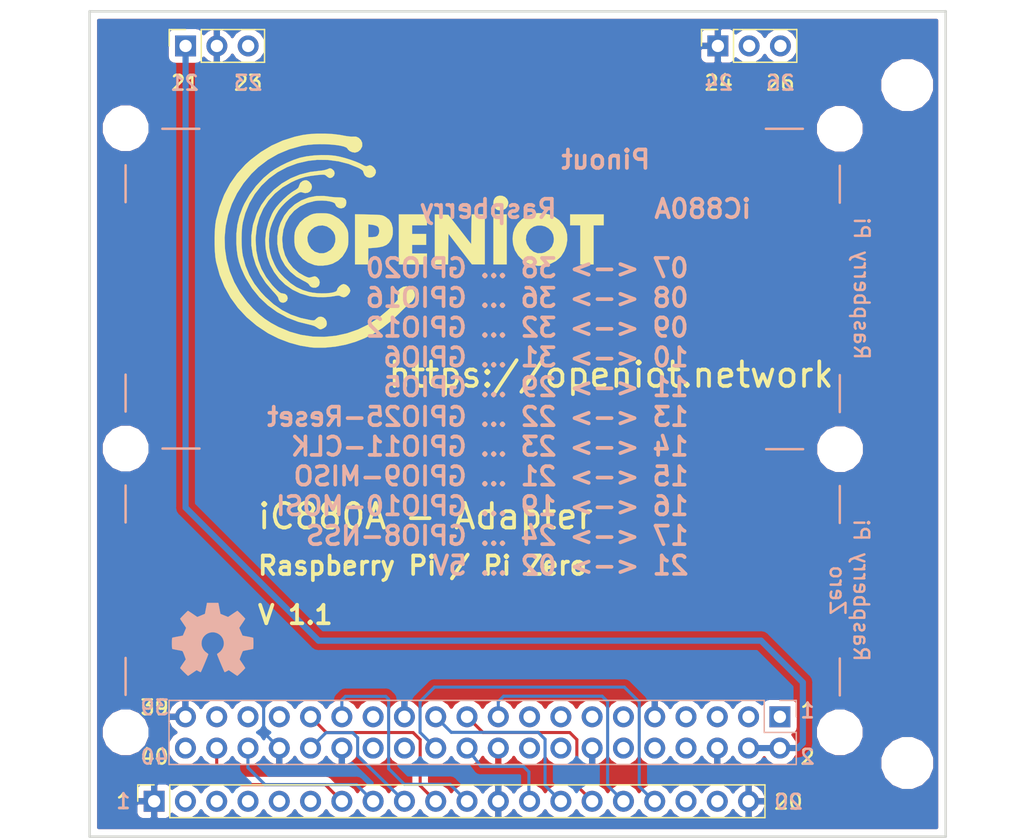
<source format=kicad_pcb>
(kicad_pcb (version 20171130) (host pcbnew "(5.0.2)-1")

  (general
    (thickness 1.6)
    (drawings 45)
    (tracks 67)
    (zones 0)
    (modules 14)
    (nets 13)
  )

  (page A4 portrait)
  (layers
    (0 F.Cu signal)
    (31 B.Cu signal)
    (32 B.Adhes user)
    (33 F.Adhes user)
    (34 B.Paste user)
    (35 F.Paste user)
    (36 B.SilkS user)
    (37 F.SilkS user)
    (38 B.Mask user)
    (39 F.Mask user)
    (40 Dwgs.User user)
    (41 Cmts.User user)
    (42 Eco1.User user)
    (43 Eco2.User user)
    (44 Edge.Cuts user)
    (45 Margin user)
    (46 B.CrtYd user)
    (47 F.CrtYd user)
    (48 B.Fab user)
    (49 F.Fab user)
  )

  (setup
    (last_trace_width 0.25)
    (trace_clearance 0.2)
    (zone_clearance 0.508)
    (zone_45_only no)
    (trace_min 0.2)
    (segment_width 0.2)
    (edge_width 0.2)
    (via_size 0.8)
    (via_drill 0.4)
    (via_min_size 0.4)
    (via_min_drill 0.3)
    (uvia_size 0.3)
    (uvia_drill 0.1)
    (uvias_allowed no)
    (uvia_min_size 0.2)
    (uvia_min_drill 0.1)
    (pcb_text_width 0.3)
    (pcb_text_size 1.5 1.5)
    (mod_edge_width 0.15)
    (mod_text_size 1 1)
    (mod_text_width 0.15)
    (pad_size 1.524 1.524)
    (pad_drill 0.762)
    (pad_to_mask_clearance 0.051)
    (solder_mask_min_width 0.25)
    (aux_axis_origin 0 0)
    (grid_origin 146.02992 194.65668)
    (visible_elements 7FFFFFFF)
    (pcbplotparams
      (layerselection 0x010f0_ffffffff)
      (usegerberextensions true)
      (usegerberattributes false)
      (usegerberadvancedattributes false)
      (creategerberjobfile false)
      (excludeedgelayer true)
      (linewidth 0.100000)
      (plotframeref false)
      (viasonmask false)
      (mode 1)
      (useauxorigin false)
      (hpglpennumber 1)
      (hpglpenspeed 20)
      (hpglpendiameter 15.000000)
      (psnegative false)
      (psa4output false)
      (plotreference true)
      (plotvalue true)
      (plotinvisibletext false)
      (padsonsilk false)
      (subtractmaskfromsilk true)
      (outputformat 1)
      (mirror false)
      (drillshape 0)
      (scaleselection 1)
      (outputdirectory "Gerber_iC880A_Adapter_V1.1/"))
  )

  (net 0 "")
  (net 1 +5V)
  (net 2 GND)
  (net 3 GPIO25)
  (net 4 GPIO5)
  (net 5 GPIO6)
  (net 6 GPIO12)
  (net 7 GPIO16)
  (net 8 GPIO20)
  (net 9 GPIO10_SPI0_MOSI)
  (net 10 GPIO9_SPI0_MISO)
  (net 11 GPIO11_SPI0_SCLK)
  (net 12 GPIO8_SPI0_CS0)

  (net_class Default "Dies ist die voreingestellte Netzklasse."
    (clearance 0.2)
    (trace_width 0.25)
    (via_dia 0.8)
    (via_drill 0.4)
    (uvia_dia 0.3)
    (uvia_drill 0.1)
    (add_net +5V)
    (add_net GND)
    (add_net GPIO10_SPI0_MOSI)
    (add_net GPIO11_SPI0_SCLK)
    (add_net GPIO12)
    (add_net GPIO16)
    (add_net GPIO20)
    (add_net GPIO25)
    (add_net GPIO5)
    (add_net GPIO6)
    (add_net GPIO8_SPI0_CS0)
    (add_net GPIO9_SPI0_MISO)
  )

  (module MountingHole:MountingHole_2.7mm_M2.5 (layer F.Cu) (tedit 5C53399C) (tstamp 5C8A75A7)
    (at 79.45 186.191)
    (descr "Mounting Hole 2.7mm, no annular, M2.5")
    (tags "mounting hole 2.7mm no annular m2.5")
    (attr virtual)
    (fp_text reference REF** (at 0 -3.7) (layer F.SilkS) hide
      (effects (font (size 1 1) (thickness 0.15)))
    )
    (fp_text value MountingHole_2.7mm_M2.5 (at 0 3.7) (layer F.Fab)
      (effects (font (size 1 1) (thickness 0.15)))
    )
    (fp_text user %R (at 0.3 0) (layer F.Fab)
      (effects (font (size 1 1) (thickness 0.15)))
    )
    (fp_circle (center 0 0) (end 2.7 0) (layer Cmts.User) (width 0.15))
    (fp_circle (center 0 0) (end 2.95 0) (layer F.CrtYd) (width 0.05))
    (pad 1 np_thru_hole circle (at 0 0) (size 2.7 2.7) (drill 2.7) (layers *.Cu *.Mask))
  )

  (module MountingHole:MountingHole_2.7mm_M2.5 (layer F.Cu) (tedit 5C53399C) (tstamp 5C897797)
    (at 79.45 163.15)
    (descr "Mounting Hole 2.7mm, no annular, M2.5")
    (tags "mounting hole 2.7mm no annular m2.5")
    (attr virtual)
    (fp_text reference REF** (at 0 -3.7) (layer F.SilkS) hide
      (effects (font (size 1 1) (thickness 0.15)))
    )
    (fp_text value MountingHole_2.7mm_M2.5 (at 0 3.7) (layer F.Fab)
      (effects (font (size 1 1) (thickness 0.15)))
    )
    (fp_circle (center 0 0) (end 2.95 0) (layer F.CrtYd) (width 0.05))
    (fp_circle (center 0 0) (end 2.7 0) (layer Cmts.User) (width 0.15))
    (fp_text user %R (at 0.3 0) (layer F.Fab)
      (effects (font (size 1 1) (thickness 0.15)))
    )
    (pad 1 np_thru_hole circle (at 0 0) (size 2.7 2.7) (drill 2.7) (layers *.Cu *.Mask))
  )

  (module MountingHole:MountingHole_2.7mm_M2.5 (layer F.Cu) (tedit 5C53399C) (tstamp 5C89622F)
    (at 79.45 137.1438)
    (descr "Mounting Hole 2.7mm, no annular, M2.5")
    (tags "mounting hole 2.7mm no annular m2.5")
    (attr virtual)
    (fp_text reference REF** (at 0 -3.7) (layer F.SilkS) hide
      (effects (font (size 1 1) (thickness 0.15)))
    )
    (fp_text value MountingHole_2.7mm_M2.5 (at 0 3.7) (layer F.Fab)
      (effects (font (size 1 1) (thickness 0.15)))
    )
    (fp_text user %R (at 0.3 0) (layer F.Fab)
      (effects (font (size 1 1) (thickness 0.15)))
    )
    (fp_circle (center 0 0) (end 2.7 0) (layer Cmts.User) (width 0.15))
    (fp_circle (center 0 0) (end 2.95 0) (layer F.CrtYd) (width 0.05))
    (pad 1 np_thru_hole circle (at 0 0) (size 2.7 2.7) (drill 2.7) (layers *.Cu *.Mask))
  )

  (module Connector_PinSocket_2.54mm:PinSocket_2x20_P2.54mm_Vertical (layer B.Cu) (tedit 5C520CE3) (tstamp 5C5DFE3E)
    (at 132.56792 184.92868 90)
    (descr "Through hole straight socket strip, 2x20, 2.54mm pitch, double cols (from Kicad 4.0.7), script generated")
    (tags "Through hole socket strip THT 2x20 2.54mm double row")
    (path /5C51F999)
    (fp_text reference J1 (at -1.27 2.77 90) (layer B.SilkS) hide
      (effects (font (size 1 1) (thickness 0.15)) (justify mirror))
    )
    (fp_text value "Raspberry PI Header" (at 2.87768 -22.74592 180) (layer B.Fab)
      (effects (font (size 1 1) (thickness 0.15)) (justify mirror))
    )
    (fp_line (start -3.81 1.27) (end 0.27 1.27) (layer B.Fab) (width 0.1))
    (fp_line (start 0.27 1.27) (end 1.27 0.27) (layer B.Fab) (width 0.1))
    (fp_line (start 1.27 0.27) (end 1.27 -49.53) (layer B.Fab) (width 0.1))
    (fp_line (start 1.27 -49.53) (end -3.81 -49.53) (layer B.Fab) (width 0.1))
    (fp_line (start -3.81 -49.53) (end -3.81 1.27) (layer B.Fab) (width 0.1))
    (fp_line (start -3.87 1.33) (end -1.27 1.33) (layer B.SilkS) (width 0.12))
    (fp_line (start -3.87 1.33) (end -3.87 -49.59) (layer B.SilkS) (width 0.12))
    (fp_line (start -3.87 -49.59) (end 1.33 -49.59) (layer B.SilkS) (width 0.12))
    (fp_line (start 1.33 -1.27) (end 1.33 -49.59) (layer B.SilkS) (width 0.12))
    (fp_line (start -1.27 -1.27) (end 1.33 -1.27) (layer B.SilkS) (width 0.12))
    (fp_line (start -1.27 1.33) (end -1.27 -1.27) (layer B.SilkS) (width 0.12))
    (fp_line (start 1.33 1.33) (end 1.33 0) (layer B.SilkS) (width 0.12))
    (fp_line (start 0 1.33) (end 1.33 1.33) (layer B.SilkS) (width 0.12))
    (fp_line (start -4.34 1.8) (end 1.76 1.8) (layer B.CrtYd) (width 0.05))
    (fp_line (start 1.76 1.8) (end 1.76 -50) (layer B.CrtYd) (width 0.05))
    (fp_line (start 1.76 -50) (end -4.34 -50) (layer B.CrtYd) (width 0.05))
    (fp_line (start -4.34 -50) (end -4.34 1.8) (layer B.CrtYd) (width 0.05))
    (fp_text user %R (at -1.27 -24.13) (layer B.Fab)
      (effects (font (size 1 1) (thickness 0.15)) (justify mirror))
    )
    (pad 1 thru_hole rect (at 0 0 90) (size 1.7 1.7) (drill 1) (layers *.Cu *.Mask))
    (pad 2 thru_hole oval (at -2.54 0 90) (size 1.7 1.7) (drill 1) (layers *.Cu *.Mask)
      (net 1 +5V))
    (pad 3 thru_hole oval (at 0 -2.54 90) (size 1.7 1.7) (drill 1) (layers *.Cu *.Mask))
    (pad 4 thru_hole oval (at -2.54 -2.54 90) (size 1.7 1.7) (drill 1) (layers *.Cu *.Mask)
      (net 1 +5V))
    (pad 5 thru_hole oval (at 0 -5.08 90) (size 1.7 1.7) (drill 1) (layers *.Cu *.Mask))
    (pad 6 thru_hole oval (at -2.54 -5.08 90) (size 1.7 1.7) (drill 1) (layers *.Cu *.Mask)
      (net 2 GND))
    (pad 7 thru_hole oval (at 0 -7.62 90) (size 1.7 1.7) (drill 1) (layers *.Cu *.Mask))
    (pad 8 thru_hole oval (at -2.54 -7.62 90) (size 1.7 1.7) (drill 1) (layers *.Cu *.Mask))
    (pad 9 thru_hole oval (at 0 -10.16 90) (size 1.7 1.7) (drill 1) (layers *.Cu *.Mask)
      (net 2 GND))
    (pad 10 thru_hole oval (at -2.54 -10.16 90) (size 1.7 1.7) (drill 1) (layers *.Cu *.Mask))
    (pad 11 thru_hole oval (at 0 -12.7 90) (size 1.7 1.7) (drill 1) (layers *.Cu *.Mask))
    (pad 12 thru_hole oval (at -2.54 -12.7 90) (size 1.7 1.7) (drill 1) (layers *.Cu *.Mask))
    (pad 13 thru_hole oval (at 0 -15.24 90) (size 1.7 1.7) (drill 1) (layers *.Cu *.Mask))
    (pad 14 thru_hole oval (at -2.54 -15.24 90) (size 1.7 1.7) (drill 1) (layers *.Cu *.Mask)
      (net 2 GND))
    (pad 15 thru_hole oval (at 0 -17.78 90) (size 1.7 1.7) (drill 1) (layers *.Cu *.Mask))
    (pad 16 thru_hole oval (at -2.54 -17.78 90) (size 1.7 1.7) (drill 1) (layers *.Cu *.Mask))
    (pad 17 thru_hole oval (at 0 -20.32 90) (size 1.7 1.7) (drill 1) (layers *.Cu *.Mask))
    (pad 18 thru_hole oval (at -2.54 -20.32 90) (size 1.7 1.7) (drill 1) (layers *.Cu *.Mask))
    (pad 19 thru_hole oval (at 0 -22.86 90) (size 1.7 1.7) (drill 1) (layers *.Cu *.Mask)
      (net 9 GPIO10_SPI0_MOSI))
    (pad 20 thru_hole oval (at -2.54 -22.86 90) (size 1.7 1.7) (drill 1) (layers *.Cu *.Mask)
      (net 2 GND))
    (pad 21 thru_hole oval (at 0 -25.4 90) (size 1.7 1.7) (drill 1) (layers *.Cu *.Mask)
      (net 10 GPIO9_SPI0_MISO))
    (pad 22 thru_hole oval (at -2.54 -25.4 90) (size 1.7 1.7) (drill 1) (layers *.Cu *.Mask)
      (net 3 GPIO25))
    (pad 23 thru_hole oval (at 0 -27.94 90) (size 1.7 1.7) (drill 1) (layers *.Cu *.Mask)
      (net 11 GPIO11_SPI0_SCLK))
    (pad 24 thru_hole oval (at -2.54 -27.94 90) (size 1.7 1.7) (drill 1) (layers *.Cu *.Mask)
      (net 12 GPIO8_SPI0_CS0))
    (pad 25 thru_hole oval (at 0 -30.48 90) (size 1.7 1.7) (drill 1) (layers *.Cu *.Mask)
      (net 2 GND))
    (pad 26 thru_hole oval (at -2.54 -30.48 90) (size 1.7 1.7) (drill 1) (layers *.Cu *.Mask))
    (pad 27 thru_hole oval (at 0 -33.02 90) (size 1.7 1.7) (drill 1) (layers *.Cu *.Mask))
    (pad 28 thru_hole oval (at -2.54 -33.02 90) (size 1.7 1.7) (drill 1) (layers *.Cu *.Mask))
    (pad 29 thru_hole oval (at 0 -35.56 90) (size 1.7 1.7) (drill 1) (layers *.Cu *.Mask)
      (net 4 GPIO5))
    (pad 30 thru_hole oval (at -2.54 -35.56 90) (size 1.7 1.7) (drill 1) (layers *.Cu *.Mask)
      (net 2 GND))
    (pad 31 thru_hole oval (at 0 -38.1 90) (size 1.7 1.7) (drill 1) (layers *.Cu *.Mask)
      (net 5 GPIO6))
    (pad 32 thru_hole oval (at -2.54 -38.1 90) (size 1.7 1.7) (drill 1) (layers *.Cu *.Mask)
      (net 6 GPIO12))
    (pad 33 thru_hole oval (at 0 -40.64 90) (size 1.7 1.7) (drill 1) (layers *.Cu *.Mask))
    (pad 34 thru_hole oval (at -2.54 -40.64 90) (size 1.7 1.7) (drill 1) (layers *.Cu *.Mask)
      (net 2 GND))
    (pad 35 thru_hole oval (at 0 -43.18 90) (size 1.7 1.7) (drill 1) (layers *.Cu *.Mask))
    (pad 36 thru_hole oval (at -2.54 -43.18 90) (size 1.7 1.7) (drill 1) (layers *.Cu *.Mask)
      (net 7 GPIO16))
    (pad 37 thru_hole oval (at 0 -45.72 90) (size 1.7 1.7) (drill 1) (layers *.Cu *.Mask))
    (pad 38 thru_hole oval (at -2.54 -45.72 90) (size 1.7 1.7) (drill 1) (layers *.Cu *.Mask)
      (net 8 GPIO20))
    (pad 39 thru_hole oval (at 0 -48.26 90) (size 1.7 1.7) (drill 1) (layers *.Cu *.Mask)
      (net 2 GND))
    (pad 40 thru_hole oval (at -2.54 -48.26 90) (size 1.7 1.7) (drill 1) (layers *.Cu *.Mask))
    (model ${KISYS3DMOD}/Connector_PinSocket_2.54mm.3dshapes/PinSocket_2x20_P2.54mm_Vertical.wrl
      (at (xyz 0 0 0))
      (scale (xyz 1 1 1))
      (rotate (xyz 0 0 0))
    )
  )

  (module Connector_PinSocket_2.54mm:PinSocket_1x20_P2.54mm_Vertical (layer F.Cu) (tedit 5C520CEB) (tstamp 5C5E90CA)
    (at 81.76792 191.78668 90)
    (descr "Through hole straight socket strip, 1x20, 2.54mm pitch, single row (from Kicad 4.0.7), script generated")
    (tags "Through hole socket strip THT 1x20 2.54mm single row")
    (path /5C51F8B0)
    (fp_text reference J2 (at 0.08368 50.91408 180) (layer F.SilkS) hide
      (effects (font (size 1 1) (thickness 0.15)))
    )
    (fp_text value "iC880 Header 1x20" (at 1.86168 25.26008 180) (layer F.Fab)
      (effects (font (size 1 1) (thickness 0.15)))
    )
    (fp_text user %R (at 0 24.13 180) (layer F.Fab)
      (effects (font (size 1 1) (thickness 0.15)))
    )
    (fp_line (start -1.8 50) (end -1.8 -1.8) (layer F.CrtYd) (width 0.05))
    (fp_line (start 1.75 50) (end -1.8 50) (layer F.CrtYd) (width 0.05))
    (fp_line (start 1.75 -1.8) (end 1.75 50) (layer F.CrtYd) (width 0.05))
    (fp_line (start -1.8 -1.8) (end 1.75 -1.8) (layer F.CrtYd) (width 0.05))
    (fp_line (start 0 -1.33) (end 1.33 -1.33) (layer F.SilkS) (width 0.12))
    (fp_line (start 1.33 -1.33) (end 1.33 0) (layer F.SilkS) (width 0.12))
    (fp_line (start 1.33 1.27) (end 1.33 49.59) (layer F.SilkS) (width 0.12))
    (fp_line (start -1.33 49.59) (end 1.33 49.59) (layer F.SilkS) (width 0.12))
    (fp_line (start -1.33 1.27) (end -1.33 49.59) (layer F.SilkS) (width 0.12))
    (fp_line (start -1.33 1.27) (end 1.33 1.27) (layer F.SilkS) (width 0.12))
    (fp_line (start -1.27 49.53) (end -1.27 -1.27) (layer F.Fab) (width 0.1))
    (fp_line (start 1.27 49.53) (end -1.27 49.53) (layer F.Fab) (width 0.1))
    (fp_line (start 1.27 -0.635) (end 1.27 49.53) (layer F.Fab) (width 0.1))
    (fp_line (start 0.635 -1.27) (end 1.27 -0.635) (layer F.Fab) (width 0.1))
    (fp_line (start -1.27 -1.27) (end 0.635 -1.27) (layer F.Fab) (width 0.1))
    (pad 20 thru_hole oval (at 0 48.26 90) (size 1.7 1.7) (drill 1) (layers *.Cu *.Mask)
      (net 2 GND))
    (pad 19 thru_hole oval (at 0 45.72 90) (size 1.7 1.7) (drill 1) (layers *.Cu *.Mask))
    (pad 18 thru_hole oval (at 0 43.18 90) (size 1.7 1.7) (drill 1) (layers *.Cu *.Mask))
    (pad 17 thru_hole oval (at 0 40.64 90) (size 1.7 1.7) (drill 1) (layers *.Cu *.Mask)
      (net 12 GPIO8_SPI0_CS0))
    (pad 16 thru_hole oval (at 0 38.1 90) (size 1.7 1.7) (drill 1) (layers *.Cu *.Mask)
      (net 9 GPIO10_SPI0_MOSI))
    (pad 15 thru_hole oval (at 0 35.56 90) (size 1.7 1.7) (drill 1) (layers *.Cu *.Mask)
      (net 10 GPIO9_SPI0_MISO))
    (pad 14 thru_hole oval (at 0 33.02 90) (size 1.7 1.7) (drill 1) (layers *.Cu *.Mask)
      (net 11 GPIO11_SPI0_SCLK))
    (pad 13 thru_hole oval (at 0 30.48 90) (size 1.7 1.7) (drill 1) (layers *.Cu *.Mask)
      (net 3 GPIO25))
    (pad 12 thru_hole oval (at 0 27.94 90) (size 1.7 1.7) (drill 1) (layers *.Cu *.Mask)
      (net 2 GND))
    (pad 11 thru_hole oval (at 0 25.4 90) (size 1.7 1.7) (drill 1) (layers *.Cu *.Mask)
      (net 4 GPIO5))
    (pad 10 thru_hole oval (at 0 22.86 90) (size 1.7 1.7) (drill 1) (layers *.Cu *.Mask)
      (net 5 GPIO6))
    (pad 9 thru_hole oval (at 0 20.32 90) (size 1.7 1.7) (drill 1) (layers *.Cu *.Mask)
      (net 6 GPIO12))
    (pad 8 thru_hole oval (at 0 17.78 90) (size 1.7 1.7) (drill 1) (layers *.Cu *.Mask)
      (net 7 GPIO16))
    (pad 7 thru_hole oval (at 0 15.24 90) (size 1.7 1.7) (drill 1) (layers *.Cu *.Mask)
      (net 8 GPIO20))
    (pad 6 thru_hole oval (at 0 12.7 90) (size 1.7 1.7) (drill 1) (layers *.Cu *.Mask))
    (pad 5 thru_hole oval (at 0 10.16 90) (size 1.7 1.7) (drill 1) (layers *.Cu *.Mask))
    (pad 4 thru_hole oval (at 0 7.62 90) (size 1.7 1.7) (drill 1) (layers *.Cu *.Mask))
    (pad 3 thru_hole oval (at 0 5.08 90) (size 1.7 1.7) (drill 1) (layers *.Cu *.Mask))
    (pad 2 thru_hole oval (at 0 2.54 90) (size 1.7 1.7) (drill 1) (layers *.Cu *.Mask))
    (pad 1 thru_hole rect (at 0 0 90) (size 1.7 1.7) (drill 1) (layers *.Cu *.Mask)
      (net 2 GND))
    (model ${KISYS3DMOD}/Connector_PinSocket_2.54mm.3dshapes/PinSocket_1x20_P2.54mm_Vertical.wrl
      (at (xyz 0 0 0))
      (scale (xyz 1 1 1))
      (rotate (xyz 0 0 0))
    )
  )

  (module Connector_PinSocket_2.54mm:PinSocket_1x03_P2.54mm_Vertical (layer F.Cu) (tedit 5C520D43) (tstamp 5C53325D)
    (at 84.3204 130.4636 90)
    (descr "Through hole straight socket strip, 1x03, 2.54mm pitch, single row (from Kicad 4.0.7), script generated")
    (tags "Through hole socket strip THT 1x03 2.54mm single row")
    (path /5C51F79D)
    (fp_text reference J3 (at 0 -2.77 90) (layer F.SilkS) hide
      (effects (font (size 1 1) (thickness 0.15)))
    )
    (fp_text value "iC880 Header 1x3 (21-23)" (at 2.62368 2.65408 180) (layer F.Fab)
      (effects (font (size 1 1) (thickness 0.15)))
    )
    (fp_line (start -1.27 -1.27) (end 0.635 -1.27) (layer F.Fab) (width 0.1))
    (fp_line (start 0.635 -1.27) (end 1.27 -0.635) (layer F.Fab) (width 0.1))
    (fp_line (start 1.27 -0.635) (end 1.27 6.35) (layer F.Fab) (width 0.1))
    (fp_line (start 1.27 6.35) (end -1.27 6.35) (layer F.Fab) (width 0.1))
    (fp_line (start -1.27 6.35) (end -1.27 -1.27) (layer F.Fab) (width 0.1))
    (fp_line (start -1.33 1.27) (end 1.33 1.27) (layer F.SilkS) (width 0.12))
    (fp_line (start -1.33 1.27) (end -1.33 6.41) (layer F.SilkS) (width 0.12))
    (fp_line (start -1.33 6.41) (end 1.33 6.41) (layer F.SilkS) (width 0.12))
    (fp_line (start 1.33 1.27) (end 1.33 6.41) (layer F.SilkS) (width 0.12))
    (fp_line (start 1.33 -1.33) (end 1.33 0) (layer F.SilkS) (width 0.12))
    (fp_line (start 0 -1.33) (end 1.33 -1.33) (layer F.SilkS) (width 0.12))
    (fp_line (start -1.8 -1.8) (end 1.75 -1.8) (layer F.CrtYd) (width 0.05))
    (fp_line (start 1.75 -1.8) (end 1.75 6.85) (layer F.CrtYd) (width 0.05))
    (fp_line (start 1.75 6.85) (end -1.8 6.85) (layer F.CrtYd) (width 0.05))
    (fp_line (start -1.8 6.85) (end -1.8 -1.8) (layer F.CrtYd) (width 0.05))
    (fp_text user %R (at 0 2.54 180) (layer F.Fab)
      (effects (font (size 1 1) (thickness 0.15)))
    )
    (pad 1 thru_hole rect (at 0 0 90) (size 1.7 1.7) (drill 1) (layers *.Cu *.Mask)
      (net 1 +5V))
    (pad 2 thru_hole oval (at 0 2.54 90) (size 1.7 1.7) (drill 1) (layers *.Cu *.Mask)
      (net 2 GND))
    (pad 3 thru_hole oval (at 0 5.08 90) (size 1.7 1.7) (drill 1) (layers *.Cu *.Mask))
    (model ${KISYS3DMOD}/Connector_PinSocket_2.54mm.3dshapes/PinSocket_1x03_P2.54mm_Vertical.wrl
      (at (xyz 0 0 0))
      (scale (xyz 1 1 1))
      (rotate (xyz 0 0 0))
    )
  )

  (module Connector_PinSocket_2.54mm:PinSocket_1x03_P2.54mm_Vertical (layer F.Cu) (tedit 5C520D49) (tstamp 5C533311)
    (at 127.534 130.461 90)
    (descr "Through hole straight socket strip, 1x03, 2.54mm pitch, single row (from Kicad 4.0.7), script generated")
    (tags "Through hole socket strip THT 1x03 2.54mm single row")
    (path /5C51F835)
    (fp_text reference J4 (at 0 -2.77 90) (layer F.SilkS) hide
      (effects (font (size 1 1) (thickness 0.15)))
    )
    (fp_text value "iC880 Header 1x3 (24-26)" (at 2.87768 2.65408 180) (layer F.Fab)
      (effects (font (size 1 1) (thickness 0.15)))
    )
    (fp_text user %R (at 0 2.54 180) (layer F.Fab)
      (effects (font (size 1 1) (thickness 0.15)))
    )
    (fp_line (start -1.8 6.85) (end -1.8 -1.8) (layer F.CrtYd) (width 0.05))
    (fp_line (start 1.75 6.85) (end -1.8 6.85) (layer F.CrtYd) (width 0.05))
    (fp_line (start 1.75 -1.8) (end 1.75 6.85) (layer F.CrtYd) (width 0.05))
    (fp_line (start -1.8 -1.8) (end 1.75 -1.8) (layer F.CrtYd) (width 0.05))
    (fp_line (start 0 -1.33) (end 1.33 -1.33) (layer F.SilkS) (width 0.12))
    (fp_line (start 1.33 -1.33) (end 1.33 0) (layer F.SilkS) (width 0.12))
    (fp_line (start 1.33 1.27) (end 1.33 6.41) (layer F.SilkS) (width 0.12))
    (fp_line (start -1.33 6.41) (end 1.33 6.41) (layer F.SilkS) (width 0.12))
    (fp_line (start -1.33 1.27) (end -1.33 6.41) (layer F.SilkS) (width 0.12))
    (fp_line (start -1.33 1.27) (end 1.33 1.27) (layer F.SilkS) (width 0.12))
    (fp_line (start -1.27 6.35) (end -1.27 -1.27) (layer F.Fab) (width 0.1))
    (fp_line (start 1.27 6.35) (end -1.27 6.35) (layer F.Fab) (width 0.1))
    (fp_line (start 1.27 -0.635) (end 1.27 6.35) (layer F.Fab) (width 0.1))
    (fp_line (start 0.635 -1.27) (end 1.27 -0.635) (layer F.Fab) (width 0.1))
    (fp_line (start -1.27 -1.27) (end 0.635 -1.27) (layer F.Fab) (width 0.1))
    (pad 3 thru_hole oval (at 0 5.08 90) (size 1.7 1.7) (drill 1) (layers *.Cu *.Mask))
    (pad 2 thru_hole oval (at 0 2.54 90) (size 1.7 1.7) (drill 1) (layers *.Cu *.Mask))
    (pad 1 thru_hole rect (at 0 0 90) (size 1.7 1.7) (drill 1) (layers *.Cu *.Mask)
      (net 2 GND))
    (model ${KISYS3DMOD}/Connector_PinSocket_2.54mm.3dshapes/PinSocket_1x03_P2.54mm_Vertical.wrl
      (at (xyz 0 0 0))
      (scale (xyz 1 1 1))
      (rotate (xyz 0 0 0))
    )
  )

  (module Logos:OpenIoT_Logo_400x400 (layer F.Cu) (tedit 0) (tstamp 5C530DDE)
    (at 102.456 146.237)
    (fp_text reference G*** (at 0 0) (layer F.SilkS) hide
      (effects (font (size 1.524 1.524) (thickness 0.3)))
    )
    (fp_text value LOGO (at 0.75 0) (layer F.SilkS) hide
      (effects (font (size 1.524 1.524) (thickness 0.3)))
    )
    (fp_poly (pts (xy 7.589731 -3.598713) (xy 7.796439 -3.508243) (xy 7.959792 -3.352892) (xy 8.052783 -3.137258)
      (xy 8.0645 -3.01625) (xy 8.008678 -2.773042) (xy 7.861496 -2.580774) (xy 7.653381 -2.454368)
      (xy 7.414758 -2.408746) (xy 7.176054 -2.458832) (xy 7.064428 -2.52577) (xy 6.915258 -2.714758)
      (xy 6.847725 -2.966279) (xy 6.8695 -3.21978) (xy 6.979551 -3.434835) (xy 7.154279 -3.566609)
      (xy 7.366675 -3.619702) (xy 7.589731 -3.598713)) (layer F.SilkS) (width 0.01))
    (fp_poly (pts (xy 15.8115 -1.2065) (xy 14.986 -1.2065) (xy 14.986 1.9685) (xy 13.9065 1.9685)
      (xy 13.9065 -1.2065) (xy 13.081 -1.2065) (xy 13.081 -2.0955) (xy 15.8115 -2.0955)
      (xy 15.8115 -1.2065)) (layer F.SilkS) (width 0.01))
    (fp_poly (pts (xy 7.9375 1.9685) (xy 6.858 1.9685) (xy 6.858 -2.0955) (xy 7.9375 -2.0955)
      (xy 7.9375 1.9685)) (layer F.SilkS) (width 0.01))
    (fp_poly (pts (xy 2.646061 -2.082098) (xy 3.196623 -2.06375) (xy 4.122436 -0.876216) (xy 5.04825 0.311319)
      (xy 5.065496 -0.892091) (xy 5.082742 -2.0955) (xy 6.1595 -2.0955) (xy 6.1595 1.9685)
      (xy 5.11175 1.964444) (xy 4.15925 0.72183) (xy 3.20675 -0.520785) (xy 3.189532 0.723857)
      (xy 3.172315 1.9685) (xy 2.0955 1.9685) (xy 2.0955 -2.100445) (xy 2.646061 -2.082098)) (layer F.SilkS) (width 0.01))
    (fp_poly (pts (xy 1.4605 -1.2065) (xy 0.254 -1.2065) (xy 0.254 -0.508) (xy 1.397 -0.508)
      (xy 1.397 0.381) (xy 0.254 0.381) (xy 0.254 1.0795) (xy 1.4605 1.0795)
      (xy 1.4605 1.9685) (xy -0.8255 1.9685) (xy -0.8255 -2.0955) (xy 1.4605 -2.0955)
      (xy 1.4605 -1.2065)) (layer F.SilkS) (width 0.01))
    (fp_poly (pts (xy -3.286125 -2.085909) (xy -2.88707 -2.077086) (xy -2.592246 -2.067013) (xy -2.378899 -2.052438)
      (xy -2.224275 -2.030114) (xy -2.105621 -1.99679) (xy -2.000183 -1.949217) (xy -1.889018 -1.886386)
      (xy -1.605976 -1.665024) (xy -1.420611 -1.38372) (xy -1.32468 -1.026533) (xy -1.306503 -0.760389)
      (xy -1.318657 -0.470067) (xy -1.372464 -0.237373) (xy -1.462989 -0.032627) (xy -1.626813 0.213225)
      (xy -1.840841 0.391635) (xy -2.12575 0.512988) (xy -2.502218 0.58767) (xy -2.746375 0.611912)
      (xy -3.302 0.653735) (xy -3.302 1.9685) (xy -4.3815 1.9685) (xy -4.3815 -0.254)
      (xy -3.302 -0.254) (xy -2.9845 -0.254) (xy -2.744404 -0.27394) (xy -2.586167 -0.341362)
      (xy -2.54 -0.381) (xy -2.442174 -0.552622) (xy -2.411675 -0.769158) (xy -2.449151 -0.976945)
      (xy -2.531292 -1.103369) (xy -2.662317 -1.173256) (xy -2.862319 -1.230454) (xy -2.975792 -1.249056)
      (xy -3.302 -1.28769) (xy -3.302 -0.254) (xy -4.3815 -0.254) (xy -4.3815 -2.108067)
      (xy -3.286125 -2.085909)) (layer F.SilkS) (width 0.01))
    (fp_poly (pts (xy 10.922399 -2.187085) (xy 11.375845 -2.088459) (xy 11.801895 -1.903433) (xy 12.183533 -1.632212)
      (xy 12.503742 -1.275002) (xy 12.715412 -0.902794) (xy 12.83509 -0.487413) (xy 12.854848 -0.031176)
      (xy 12.780276 0.43608) (xy 12.616962 0.884523) (xy 12.370496 1.284317) (xy 12.287042 1.383818)
      (xy 11.934568 1.685644) (xy 11.505042 1.908098) (xy 11.026785 2.042695) (xy 10.528118 2.080956)
      (xy 10.118327 2.033327) (xy 9.646576 1.870287) (xy 9.221836 1.60109) (xy 8.867104 1.244291)
      (xy 8.605376 0.81844) (xy 8.601302 0.809464) (xy 8.455343 0.352717) (xy 8.417521 -0.031496)
      (xy 9.4893 -0.031496) (xy 9.573975 0.31785) (xy 9.775264 0.648393) (xy 9.821672 0.702228)
      (xy 10.111858 0.940134) (xy 10.438204 1.058737) (xy 10.788288 1.05518) (xy 11.034297 0.981219)
      (xy 11.374789 0.780996) (xy 11.610199 0.509673) (xy 11.739259 0.169143) (xy 11.765642 -0.108683)
      (xy 11.710948 -0.451429) (xy 11.560999 -0.737357) (xy 11.337 -0.960312) (xy 11.060154 -1.114139)
      (xy 10.751662 -1.192684) (xy 10.432729 -1.189792) (xy 10.124557 -1.099308) (xy 9.848349 -0.915078)
      (xy 9.677104 -0.714927) (xy 9.523067 -0.381726) (xy 9.4893 -0.031496) (xy 8.417521 -0.031496)
      (xy 8.408016 -0.128051) (xy 8.45977 -0.596717) (xy 8.579335 -0.952887) (xy 8.839809 -1.376993)
      (xy 9.174986 -1.713461) (xy 9.56785 -1.962498) (xy 10.001385 -2.124311) (xy 10.458573 -2.199104)
      (xy 10.922399 -2.187085)) (layer F.SilkS) (width 0.01))
    (fp_poly (pts (xy -6.804247 -2.185182) (xy -6.580316 -2.165579) (xy -6.39727 -2.123362) (xy -6.212168 -2.051099)
      (xy -6.15188 -2.023418) (xy -5.68386 -1.739506) (xy -5.31058 -1.371365) (xy -5.107818 -1.067026)
      (xy -5.018749 -0.894538) (xy -4.963502 -0.742574) (xy -4.93415 -0.57116) (xy -4.922769 -0.340323)
      (xy -4.92125 -0.126037) (xy -4.925047 0.170669) (xy -4.94246 0.384888) (xy -4.982527 0.561047)
      (xy -5.054283 0.743577) (xy -5.130787 0.904177) (xy -5.402847 1.331531) (xy -5.752941 1.660219)
      (xy -6.188848 1.897374) (xy -6.232826 1.914575) (xy -6.597051 2.015151) (xy -7.00014 2.065724)
      (xy -7.389946 2.062781) (xy -7.6835 2.012294) (xy -8.200875 1.807475) (xy -8.624179 1.518496)
      (xy -8.956892 1.142519) (xy -9.138011 0.8255) (xy -9.222219 0.62581) (xy -9.272298 0.437243)
      (xy -9.296418 0.214134) (xy -9.302749 -0.089185) (xy -9.30275 -0.09525) (xy -9.299849 -0.257903)
      (xy -8.242887 -0.257903) (xy -8.23328 0.073631) (xy -8.129204 0.397777) (xy -7.941292 0.68469)
      (xy -7.680176 0.90453) (xy -7.609315 0.943246) (xy -7.264222 1.060506) (xy -6.930184 1.057349)
      (xy -6.68366 0.981828) (xy -6.355655 0.781657) (xy -6.122419 0.501461) (xy -5.993063 0.154982)
      (xy -5.969 -0.095874) (xy -6.009382 -0.415655) (xy -6.141745 -0.687093) (xy -6.377149 -0.939942)
      (xy -6.675377 -1.124322) (xy -7.006888 -1.201342) (xy -7.346393 -1.176331) (xy -7.668603 -1.054616)
      (xy -7.948231 -0.841525) (xy -8.147392 -0.566985) (xy -8.242887 -0.257903) (xy -9.299849 -0.257903)
      (xy -9.297442 -0.392831) (xy -9.275715 -0.609227) (xy -9.228868 -0.790019) (xy -9.148199 -0.980788)
      (xy -9.124255 -1.03024) (xy -8.853013 -1.439624) (xy -8.475803 -1.782243) (xy -8.0645 -2.022891)
      (xy -7.873039 -2.104752) (xy -7.693235 -2.154777) (xy -7.482436 -2.180433) (xy -7.19799 -2.189185)
      (xy -7.112 -2.189603) (xy -6.804247 -2.185182)) (layer F.SilkS) (width 0.01))
    (fp_poly (pts (xy -6.588125 -3.557241) (xy -6.288646 -3.515666) (xy -5.985745 -3.487915) (xy -5.739927 -3.479371)
      (xy -5.718271 -3.479856) (xy -5.415021 -3.463902) (xy -5.215724 -3.388384) (xy -5.108251 -3.245255)
      (xy -5.08 -3.056378) (xy -5.129562 -2.813289) (xy -5.269674 -2.651083) (xy -5.487479 -2.583471)
      (xy -5.5245 -2.582334) (xy -5.706354 -2.622532) (xy -5.865812 -2.722347) (xy -5.959582 -2.850613)
      (xy -5.969 -2.902332) (xy -6.028378 -3.001572) (xy -6.190867 -3.086645) (xy -6.433003 -3.153753)
      (xy -6.731323 -3.199101) (xy -7.062361 -3.218891) (xy -7.402654 -3.209326) (xy -7.66906 -3.177436)
      (xy -8.292133 -3.013312) (xy -8.844108 -2.748133) (xy -9.317707 -2.390644) (xy -9.705653 -1.949589)
      (xy -10.000668 -1.433713) (xy -10.195475 -0.85176) (xy -10.282796 -0.212476) (xy -10.287 -0.031751)
      (xy -10.229401 0.623372) (xy -10.060045 1.226707) (xy -9.784101 1.769707) (xy -9.406735 2.243824)
      (xy -8.933113 2.64051) (xy -8.529085 2.876519) (xy -8.315755 2.978157) (xy -8.17188 3.027798)
      (xy -8.05453 3.032588) (xy -7.920772 2.999674) (xy -7.876135 2.985204) (xy -7.702378 2.93657)
      (xy -7.587549 2.941556) (xy -7.472942 3.005909) (xy -7.4433 3.027584) (xy -7.29923 3.201151)
      (xy -7.243928 3.41505) (xy -7.282319 3.625734) (xy -7.362383 3.742882) (xy -7.556649 3.854066)
      (xy -7.798601 3.848336) (xy -7.916041 3.810086) (xy -8.044083 3.710942) (xy -8.09543 3.622084)
      (xy -8.185357 3.512526) (xy -8.383472 3.38453) (xy -8.549512 3.302642) (xy -9.137565 2.970415)
      (xy -9.64 2.553006) (xy -10.051587 2.06355) (xy -10.3671 1.51518) (xy -10.581309 0.921032)
      (xy -10.688986 0.294241) (xy -10.684905 -0.352059) (xy -10.563835 -1.004732) (xy -10.425876 -1.411449)
      (xy -10.127521 -1.991268) (xy -9.736216 -2.49474) (xy -9.265933 -2.914052) (xy -8.730641 -3.241395)
      (xy -8.144311 -3.468956) (xy -7.520914 -3.588924) (xy -6.87442 -3.593489) (xy -6.588125 -3.557241)) (layer F.SilkS) (width 0.01))
    (fp_poly (pts (xy -8.154565 -4.792206) (xy -8.076059 -4.730732) (xy -7.923388 -4.537967) (xy -7.876176 -4.329885)
      (xy -7.919095 -4.130408) (xy -8.036817 -3.963458) (xy -8.214015 -3.852959) (xy -8.435361 -3.822833)
      (xy -8.627538 -3.869995) (xy -8.732261 -3.902194) (xy -8.835787 -3.895681) (xy -8.972445 -3.840889)
      (xy -9.176563 -3.728248) (xy -9.213681 -3.706613) (xy -9.438195 -3.554701) (xy -9.705861 -3.342818)
      (xy -9.974717 -3.10525) (xy -10.107973 -2.975976) (xy -10.382993 -2.68141) (xy -10.592339 -2.410526)
      (xy -10.772831 -2.112012) (xy -10.885475 -1.892426) (xy -11.100322 -1.416369) (xy -11.244432 -0.993617)
      (xy -11.328636 -0.580135) (xy -11.363764 -0.131884) (xy -11.3665 0.0635) (xy -11.344578 0.567736)
      (xy -11.271098 1.017097) (xy -11.134489 1.46006) (xy -10.923182 1.945103) (xy -10.911827 1.9685)
      (xy -10.763442 2.250246) (xy -10.605903 2.491426) (xy -10.410698 2.730196) (xy -10.149312 3.004717)
      (xy -10.102833 3.051139) (xy -9.622281 3.48057) (xy -9.140464 3.805817) (xy -8.625015 4.04583)
      (xy -8.152798 4.192778) (xy -7.818665 4.259369) (xy -7.455097 4.300262) (xy -7.083381 4.316768)
      (xy -6.724802 4.310201) (xy -6.400648 4.28187) (xy -6.132206 4.23309) (xy -5.940761 4.165171)
      (xy -5.847601 4.079425) (xy -5.842 4.050349) (xy -5.78942 3.902278) (xy -5.658669 3.746014)
      (xy -5.490235 3.618637) (xy -5.324602 3.557229) (xy -5.302251 3.556) (xy -5.121746 3.610208)
      (xy -4.945007 3.746198) (xy -4.811986 3.924016) (xy -4.7625 4.09575) (xy -4.813984 4.267148)
      (xy -4.942567 4.441028) (xy -5.109448 4.577171) (xy -5.275824 4.635358) (xy -5.283237 4.6355)
      (xy -5.457587 4.598594) (xy -5.558028 4.547746) (xy -5.646514 4.503086) (xy -5.760694 4.492225)
      (xy -5.937441 4.515072) (xy -6.096033 4.546422) (xy -6.468609 4.599359) (xy -6.911386 4.623997)
      (xy -7.373485 4.62044) (xy -7.804028 4.588794) (xy -8.09625 4.542303) (xy -8.816271 4.325402)
      (xy -9.46604 4.010647) (xy -10.04108 3.608823) (xy -10.536917 3.130713) (xy -10.949076 2.587104)
      (xy -11.273079 1.988779) (xy -11.504453 1.346523) (xy -11.638722 0.671121) (xy -11.67141 -0.026642)
      (xy -11.598042 -0.735983) (xy -11.414142 -1.446115) (xy -11.115236 -2.146255) (xy -10.976268 -2.397773)
      (xy -10.776684 -2.683911) (xy -10.502073 -3.005984) (xy -10.183365 -3.333442) (xy -9.851487 -3.635737)
      (xy -9.537368 -3.882316) (xy -9.354151 -4.000066) (xy -9.135308 -4.13352) (xy -9.006708 -4.242651)
      (xy -8.941917 -4.353301) (xy -8.924679 -4.419973) (xy -8.823642 -4.657811) (xy -8.627626 -4.812202)
      (xy -8.468767 -4.862622) (xy -8.307887 -4.866425) (xy -8.154565 -4.792206)) (layer F.SilkS) (width 0.01))
    (fp_poly (pts (xy -6.356636 -5.831561) (xy -6.23772 -5.775747) (xy -6.086203 -5.630925) (xy -6.031672 -5.447082)
      (xy -6.07299 -5.262725) (xy -6.209019 -5.116358) (xy -6.257986 -5.09008) (xy -6.390576 -5.04659)
      (xy -6.504622 -5.067129) (xy -6.643491 -5.164544) (xy -6.711997 -5.224577) (xy -6.782963 -5.28036)
      (xy -6.862783 -5.312636) (xy -6.979298 -5.323358) (xy -7.160348 -5.314482) (xy -7.433771 -5.287963)
      (xy -7.505747 -5.280312) (xy -8.012072 -5.215454) (xy -8.435896 -5.132847) (xy -8.821608 -5.02)
      (xy -9.213598 -4.864422) (xy -9.55675 -4.703162) (xy -10.268274 -4.285937) (xy -10.886826 -3.784659)
      (xy -11.408284 -3.20602) (xy -11.828527 -2.556709) (xy -12.143433 -1.84342) (xy -12.34888 -1.072843)
      (xy -12.440747 -0.25167) (xy -12.445556 -0.013198) (xy -12.395284 0.830241) (xy -12.24054 1.606341)
      (xy -11.977071 2.325772) (xy -11.600623 2.999201) (xy -11.106943 3.637299) (xy -10.902412 3.857625)
      (xy -10.683874 4.076059) (xy -10.524706 4.21439) (xy -10.401768 4.289058) (xy -10.291916 4.316503)
      (xy -10.254361 4.318) (xy -10.038888 4.370994) (xy -9.893056 4.513616) (xy -9.8425 4.710033)
      (xy -9.895901 4.894261) (xy -10.03057 5.021292) (xy -10.208209 5.076326) (xy -10.390521 5.044565)
      (xy -10.499409 4.963874) (xy -10.582842 4.82096) (xy -10.6045 4.718931) (xy -10.648527 4.6164)
      (xy -10.76944 4.449834) (xy -10.950487 4.240995) (xy -11.065028 4.120682) (xy -11.628462 3.464064)
      (xy -12.086476 2.755643) (xy -12.43581 2.006708) (xy -12.673205 1.228552) (xy -12.795399 0.432466)
      (xy -12.799135 -0.370259) (xy -12.681152 -1.168331) (xy -12.640209 -1.335795) (xy -12.369444 -2.127447)
      (xy -11.992673 -2.858417) (xy -11.519277 -3.521076) (xy -10.958639 -4.107793) (xy -10.320141 -4.610938)
      (xy -9.613163 -5.022881) (xy -8.847089 -5.335994) (xy -8.031301 -5.542645) (xy -7.366 -5.625054)
      (xy -7.074492 -5.656293) (xy -6.815569 -5.704126) (xy -6.633617 -5.760106) (xy -6.618271 -5.767369)
      (xy -6.466784 -5.832332) (xy -6.356636 -5.831561)) (layer F.SilkS) (width 0.01))
    (fp_poly (pts (xy -6.536195 -6.908646) (xy -6.025846 -6.862345) (xy -5.639546 -6.788668) (xy -5.200601 -6.675611)
      (xy -4.748703 -6.535929) (xy -4.323545 -6.382379) (xy -3.964819 -6.227717) (xy -3.824337 -6.154838)
      (xy -3.61608 -6.048119) (xy -3.477755 -6.008238) (xy -3.377216 -6.026477) (xy -3.368137 -6.03109)
      (xy -3.188385 -6.09045) (xy -3.024855 -6.04963) (xy -2.852616 -5.910385) (xy -2.703081 -5.698501)
      (xy -2.680308 -5.486436) (xy -2.784102 -5.270631) (xy -2.815701 -5.231708) (xy -2.99994 -5.1008)
      (xy -3.21298 -5.069672) (xy -3.421115 -5.127549) (xy -3.590643 -5.263657) (xy -3.68786 -5.467221)
      (xy -3.695412 -5.512942) (xy -3.728854 -5.612178) (xy -3.819145 -5.704099) (xy -3.99014 -5.808633)
      (xy -4.142081 -5.88603) (xy -4.901536 -6.19275) (xy -5.722402 -6.403442) (xy -6.579027 -6.514538)
      (xy -7.445756 -6.522468) (xy -8.16768 -6.446012) (xy -9.062768 -6.240798) (xy -9.899366 -5.928728)
      (xy -10.670272 -5.51658) (xy -11.368282 -5.011127) (xy -11.986192 -4.419145) (xy -12.516801 -3.747411)
      (xy -12.952904 -3.002699) (xy -13.287299 -2.191785) (xy -13.489361 -1.440238) (xy -13.544308 -1.065632)
      (xy -13.577405 -0.607142) (xy -13.588666 -0.105987) (xy -13.578107 0.396612) (xy -13.54574 0.859438)
      (xy -13.49158 1.241269) (xy -13.488443 1.256802) (xy -13.269046 2.079237) (xy -12.958799 2.832663)
      (xy -12.54769 3.535314) (xy -12.025707 4.205427) (xy -11.650839 4.60375) (xy -10.989626 5.197002)
      (xy -10.30655 5.672858) (xy -9.583072 6.040879) (xy -8.800652 6.310624) (xy -8.011692 6.480397)
      (xy -7.810928 6.507785) (xy -7.689205 6.499724) (xy -7.601033 6.445671) (xy -7.529617 6.368681)
      (xy -7.348029 6.233548) (xy -7.150458 6.202562) (xy -6.960349 6.259145) (xy -6.801146 6.386718)
      (xy -6.696293 6.568705) (xy -6.669234 6.788526) (xy -6.706946 6.950405) (xy -6.795948 7.055602)
      (xy -6.952845 7.158828) (xy -7.122246 7.22761) (xy -7.199225 7.239) (xy -7.306777 7.20048)
      (xy -7.4503 7.105741) (xy -7.475344 7.085362) (xy -7.676658 6.969175) (xy -7.954622 6.879992)
      (xy -8.038652 6.862687) (xy -8.984822 6.629348) (xy -9.875238 6.285402) (xy -10.702565 5.836398)
      (xy -11.459471 5.287888) (xy -12.13862 4.64542) (xy -12.732678 3.914546) (xy -13.234312 3.100815)
      (xy -13.373196 2.82575) (xy -13.618213 2.276109) (xy -13.79392 1.778962) (xy -13.91174 1.288769)
      (xy -13.983096 0.759987) (xy -14.014865 0.267679) (xy -14.013172 -0.530128) (xy -13.932583 -1.258472)
      (xy -13.765984 -1.952662) (xy -13.506257 -2.648006) (xy -13.36582 -2.95275) (xy -12.94432 -3.692769)
      (xy -12.41957 -4.39941) (xy -11.815236 -5.043921) (xy -11.242744 -5.532037) (xy -10.861893 -5.78892)
      (xy -10.397194 -6.051736) (xy -9.889202 -6.300849) (xy -9.37847 -6.516627) (xy -8.90555 -6.679433)
      (xy -8.8265 -6.70189) (xy -8.321273 -6.808643) (xy -7.73997 -6.880472) (xy -7.129357 -6.9147)
      (xy -6.536195 -6.908646)) (layer F.SilkS) (width 0.01))
    (fp_poly (pts (xy -6.198388 -8.623056) (xy -5.621992 -8.554051) (xy -5.404299 -8.513908) (xy -5.111707 -8.459655)
      (xy -4.848587 -8.423334) (xy -4.650018 -8.40913) (xy -4.569502 -8.414299) (xy -4.308308 -8.414566)
      (xy -4.077428 -8.313819) (xy -3.899493 -8.136853) (xy -3.797137 -7.908467) (xy -3.792993 -7.653456)
      (xy -3.81147 -7.583798) (xy -3.94228 -7.348486) (xy -4.139983 -7.182211) (xy -4.370532 -7.112585)
      (xy -4.393217 -7.112001) (xy -4.610749 -7.147854) (xy -4.812092 -7.239511) (xy -4.951883 -7.363117)
      (xy -4.982301 -7.421782) (xy -5.075012 -7.518353) (xy -5.275893 -7.602377) (xy -5.566624 -7.67271)
      (xy -5.928887 -7.728211) (xy -6.344366 -7.767738) (xy -6.794742 -7.790149) (xy -7.261696 -7.794302)
      (xy -7.726912 -7.779056) (xy -8.17207 -7.743267) (xy -8.578854 -7.685795) (xy -8.73125 -7.655488)
      (xy -9.715138 -7.379749) (xy -10.626655 -6.999812) (xy -11.46695 -6.515038) (xy -12.237172 -5.924787)
      (xy -12.786093 -5.394954) (xy -13.428685 -4.624257) (xy -13.959279 -3.803846) (xy -14.37799 -2.943293)
      (xy -14.684933 -2.052175) (xy -14.880225 -1.140064) (xy -14.96398 -0.216535) (xy -14.936313 0.708837)
      (xy -14.79734 1.626478) (xy -14.547176 2.526814) (xy -14.185937 3.40027) (xy -13.713738 4.237273)
      (xy -13.130694 5.028247) (xy -12.65423 5.551882) (xy -12.179889 6.001044) (xy -11.712307 6.375467)
      (xy -11.208632 6.706) (xy -10.62601 7.02349) (xy -10.57275 7.050226) (xy -9.682442 7.42582)
      (xy -8.764447 7.682387) (xy -7.829651 7.821904) (xy -6.888936 7.846347) (xy -5.953188 7.757692)
      (xy -5.03329 7.557913) (xy -4.140128 7.248986) (xy -3.284585 6.832888) (xy -2.477545 6.311593)
      (xy -1.729894 5.687077) (xy -1.433199 5.391315) (xy -0.913664 4.84538) (xy -0.917207 4.481346)
      (xy -0.912234 4.265115) (xy -0.879871 4.126383) (xy -0.801875 4.015976) (xy -0.713374 3.931906)
      (xy -0.460591 3.778954) (xy -0.192057 3.736567) (xy 0.064695 3.797184) (xy 0.282133 3.953244)
      (xy 0.432723 4.197187) (xy 0.451164 4.251704) (xy 0.490381 4.435345) (xy 0.469454 4.58911)
      (xy 0.405067 4.739921) (xy 0.299801 4.909122) (xy 0.184919 5.029585) (xy 0.155968 5.047748)
      (xy 0.07092 5.112078) (xy -0.085932 5.251611) (xy -0.297773 5.450579) (xy -0.547788 5.693215)
      (xy -0.796532 5.940918) (xy -1.48422 6.587752) (xy -2.163616 7.127901) (xy -2.859277 7.57736)
      (xy -3.59576 7.952121) (xy -4.337787 8.247256) (xy -5.1371 8.481178) (xy -5.984594 8.642028)
      (xy -6.839811 8.724772) (xy -7.662292 8.724373) (xy -7.973615 8.699747) (xy -8.838085 8.557436)
      (xy -9.721481 8.315068) (xy -10.584863 7.985637) (xy -11.389289 7.582135) (xy -11.478202 7.530422)
      (xy -12.377144 6.929949) (xy -13.180769 6.249053) (xy -13.885682 5.49244) (xy -14.48849 4.664814)
      (xy -14.985797 3.770881) (xy -15.374208 2.815346) (xy -15.650328 1.802914) (xy -15.666164 1.726071)
      (xy -15.722269 1.347882) (xy -15.760394 0.881909) (xy -15.780541 0.362305) (xy -15.782718 -0.176777)
      (xy -15.766929 -0.701183) (xy -15.733179 -1.176761) (xy -15.681474 -1.569355) (xy -15.665645 -1.651)
      (xy -15.385309 -2.704936) (xy -15.005178 -3.683844) (xy -14.526627 -4.585339) (xy -13.95103 -5.407033)
      (xy -13.279761 -6.146541) (xy -12.85875 -6.527095) (xy -12.019525 -7.165261) (xy -11.154522 -7.684792)
      (xy -10.246877 -8.093742) (xy -9.279729 -8.400161) (xy -8.636 -8.54348) (xy -8.096593 -8.617534)
      (xy -7.480589 -8.655208) (xy -6.832887 -8.656912) (xy -6.198388 -8.623056)) (layer F.SilkS) (width 0.01))
  )

  (module MountingHole:MountingHole_2.7mm_M2.5 (layer F.Cu) (tedit 5C5339A4) (tstamp 5C6C5507)
    (at 137.434 186.191)
    (descr "Mounting Hole 2.7mm, no annular, M2.5")
    (tags "mounting hole 2.7mm no annular m2.5")
    (attr virtual)
    (fp_text reference REF** (at 0 -3.7) (layer F.SilkS) hide
      (effects (font (size 1 1) (thickness 0.15)))
    )
    (fp_text value MountingHole_2.7mm_M2.5 (at 0 3.7) (layer F.Fab)
      (effects (font (size 1 1) (thickness 0.15)))
    )
    (fp_circle (center 0 0) (end 2.95 0) (layer F.CrtYd) (width 0.05))
    (fp_circle (center 0 0) (end 2.7 0) (layer Cmts.User) (width 0.15))
    (fp_text user %R (at 0.3 0) (layer F.Fab)
      (effects (font (size 1 1) (thickness 0.15)))
    )
    (pad 1 np_thru_hole circle (at 0 0) (size 2.7 2.7) (drill 2.7) (layers *.Cu *.Mask))
  )

  (module MountingHole:MountingHole_2.7mm_M2.5 (layer F.Cu) (tedit 5C53399C) (tstamp 5C896218)
    (at 137.434 137.191)
    (descr "Mounting Hole 2.7mm, no annular, M2.5")
    (tags "mounting hole 2.7mm no annular m2.5")
    (attr virtual)
    (fp_text reference REF** (at 0 -3.7) (layer F.SilkS) hide
      (effects (font (size 1 1) (thickness 0.15)))
    )
    (fp_text value MountingHole_2.7mm_M2.5 (at 0 3.7) (layer F.Fab)
      (effects (font (size 1 1) (thickness 0.15)))
    )
    (fp_circle (center 0 0) (end 2.95 0) (layer F.CrtYd) (width 0.05))
    (fp_circle (center 0 0) (end 2.7 0) (layer Cmts.User) (width 0.15))
    (fp_text user %R (at 0.3 0) (layer F.Fab)
      (effects (font (size 1 1) (thickness 0.15)))
    )
    (pad 1 np_thru_hole circle (at 0 0) (size 2.7 2.7) (drill 2.7) (layers *.Cu *.Mask))
  )

  (module MountingHole:MountingHole_2.7mm_M2.5 (layer F.Cu) (tedit 5C53398F) (tstamp 5C6C586B)
    (at 137.454 163.201)
    (descr "Mounting Hole 2.7mm, no annular, M2.5")
    (tags "mounting hole 2.7mm no annular m2.5")
    (attr virtual)
    (fp_text reference REF** (at 0 -3.7) (layer F.SilkS) hide
      (effects (font (size 1 1) (thickness 0.15)))
    )
    (fp_text value MountingHole_2.7mm_M2.5 (at 0 3.7) (layer F.Fab)
      (effects (font (size 1 1) (thickness 0.15)))
    )
    (fp_circle (center 0 0) (end 2.95 0) (layer F.CrtYd) (width 0.05))
    (fp_circle (center 0 0) (end 2.7 0) (layer Cmts.User) (width 0.15))
    (fp_text user %R (at 0.3 0) (layer F.Fab)
      (effects (font (size 1 1) (thickness 0.15)))
    )
    (pad 1 np_thru_hole circle (at 0 0) (size 2.7 2.7) (drill 2.7) (layers *.Cu *.Mask))
  )

  (module MountingHole:MountingHole_3.2mm_M3 (layer F.Cu) (tedit 5C5339A8) (tstamp 5C6C5F9C)
    (at 142.914 188.681)
    (descr "Mounting Hole 3.2mm, no annular, M3")
    (tags "mounting hole 3.2mm no annular m3")
    (attr virtual)
    (fp_text reference REF** (at 0 -4.2) (layer F.SilkS) hide
      (effects (font (size 1 1) (thickness 0.15)))
    )
    (fp_text value MountingHole_3.2mm_M3 (at 0 4.2) (layer F.Fab)
      (effects (font (size 1 1) (thickness 0.15)))
    )
    (fp_circle (center 0 0) (end 3.45 0) (layer F.CrtYd) (width 0.05))
    (fp_circle (center 0 0) (end 3.2 0) (layer Cmts.User) (width 0.15))
    (fp_text user %R (at 0.3 0) (layer F.Fab)
      (effects (font (size 1 1) (thickness 0.15)))
    )
    (pad 1 np_thru_hole circle (at 0 0) (size 3.2 3.2) (drill 3.2) (layers *.Cu *.Mask))
  )

  (module MountingHole:MountingHole_3.2mm_M3 (layer F.Cu) (tedit 5C5339A0) (tstamp 5C6C5FC9)
    (at 142.904 133.641)
    (descr "Mounting Hole 3.2mm, no annular, M3")
    (tags "mounting hole 3.2mm no annular m3")
    (attr virtual)
    (fp_text reference REF** (at 0 -4.2) (layer F.SilkS) hide
      (effects (font (size 1 1) (thickness 0.15)))
    )
    (fp_text value MountingHole_3.2mm_M3 (at 0 4.2) (layer F.Fab)
      (effects (font (size 1 1) (thickness 0.15)))
    )
    (fp_circle (center 0 0) (end 3.45 0) (layer F.CrtYd) (width 0.05))
    (fp_circle (center 0 0) (end 3.2 0) (layer Cmts.User) (width 0.15))
    (fp_text user %R (at 0.3 0) (layer F.Fab)
      (effects (font (size 1 1) (thickness 0.15)))
    )
    (pad 1 np_thru_hole circle (at 0 0) (size 3.2 3.2) (drill 3.2) (layers *.Cu *.Mask))
  )

  (module Symbol:OSHW-Symbol_6.7x6mm_SilkScreen (layer B.Cu) (tedit 0) (tstamp 5C70B072)
    (at 86.52992 178.65668 180)
    (descr "Open Source Hardware Symbol")
    (tags "Logo Symbol OSHW")
    (attr virtual)
    (fp_text reference REF** (at 0 0 180) (layer B.SilkS) hide
      (effects (font (size 1 1) (thickness 0.15)) (justify mirror))
    )
    (fp_text value OSHW-Symbol_6.7x6mm_SilkScreen (at 0.75 0 180) (layer B.Fab) hide
      (effects (font (size 1 1) (thickness 0.15)) (justify mirror))
    )
    (fp_poly (pts (xy 0.555814 2.531069) (xy 0.639635 2.086445) (xy 0.94892 1.958947) (xy 1.258206 1.831449)
      (xy 1.629246 2.083754) (xy 1.733157 2.154004) (xy 1.827087 2.216728) (xy 1.906652 2.269062)
      (xy 1.96747 2.308143) (xy 2.005157 2.331107) (xy 2.015421 2.336058) (xy 2.03391 2.323324)
      (xy 2.07342 2.288118) (xy 2.129522 2.234938) (xy 2.197787 2.168282) (xy 2.273786 2.092646)
      (xy 2.353092 2.012528) (xy 2.431275 1.932426) (xy 2.503907 1.856836) (xy 2.566559 1.790255)
      (xy 2.614803 1.737182) (xy 2.64421 1.702113) (xy 2.651241 1.690377) (xy 2.641123 1.66874)
      (xy 2.612759 1.621338) (xy 2.569129 1.552807) (xy 2.513218 1.467785) (xy 2.448006 1.370907)
      (xy 2.410219 1.31565) (xy 2.341343 1.214752) (xy 2.28014 1.123701) (xy 2.229578 1.04703)
      (xy 2.192628 0.989272) (xy 2.172258 0.954957) (xy 2.169197 0.947746) (xy 2.176136 0.927252)
      (xy 2.195051 0.879487) (xy 2.223087 0.811168) (xy 2.257391 0.729011) (xy 2.295109 0.63973)
      (xy 2.333387 0.550042) (xy 2.36937 0.466662) (xy 2.400206 0.396306) (xy 2.423039 0.34569)
      (xy 2.435017 0.321529) (xy 2.435724 0.320578) (xy 2.454531 0.315964) (xy 2.504618 0.305672)
      (xy 2.580793 0.290713) (xy 2.677865 0.272099) (xy 2.790643 0.250841) (xy 2.856442 0.238582)
      (xy 2.97695 0.215638) (xy 3.085797 0.193805) (xy 3.177476 0.174278) (xy 3.246481 0.158252)
      (xy 3.287304 0.146921) (xy 3.295511 0.143326) (xy 3.303548 0.118994) (xy 3.310033 0.064041)
      (xy 3.31497 -0.015108) (xy 3.318364 -0.112026) (xy 3.320218 -0.220287) (xy 3.320538 -0.333465)
      (xy 3.319327 -0.445135) (xy 3.31659 -0.548868) (xy 3.312331 -0.638241) (xy 3.306555 -0.706826)
      (xy 3.299267 -0.748197) (xy 3.294895 -0.75681) (xy 3.268764 -0.767133) (xy 3.213393 -0.781892)
      (xy 3.136107 -0.799352) (xy 3.04423 -0.81778) (xy 3.012158 -0.823741) (xy 2.857524 -0.852066)
      (xy 2.735375 -0.874876) (xy 2.641673 -0.89308) (xy 2.572384 -0.907583) (xy 2.523471 -0.919292)
      (xy 2.490897 -0.929115) (xy 2.470628 -0.937956) (xy 2.458626 -0.946724) (xy 2.456947 -0.948457)
      (xy 2.440184 -0.976371) (xy 2.414614 -1.030695) (xy 2.382788 -1.104777) (xy 2.34726 -1.191965)
      (xy 2.310583 -1.285608) (xy 2.275311 -1.379052) (xy 2.243996 -1.465647) (xy 2.219193 -1.53874)
      (xy 2.203454 -1.591678) (xy 2.199332 -1.617811) (xy 2.199676 -1.618726) (xy 2.213641 -1.640086)
      (xy 2.245322 -1.687084) (xy 2.291391 -1.754827) (xy 2.348518 -1.838423) (xy 2.413373 -1.932982)
      (xy 2.431843 -1.959854) (xy 2.497699 -2.057275) (xy 2.55565 -2.146163) (xy 2.602538 -2.221412)
      (xy 2.635207 -2.27792) (xy 2.6505 -2.310581) (xy 2.651241 -2.314593) (xy 2.638392 -2.335684)
      (xy 2.602888 -2.377464) (xy 2.549293 -2.435445) (xy 2.482171 -2.505135) (xy 2.406087 -2.582045)
      (xy 2.325604 -2.661683) (xy 2.245287 -2.739561) (xy 2.169699 -2.811186) (xy 2.103405 -2.87207)
      (xy 2.050969 -2.917721) (xy 2.016955 -2.94365) (xy 2.007545 -2.947883) (xy 1.985643 -2.937912)
      (xy 1.9408 -2.91102) (xy 1.880321 -2.871736) (xy 1.833789 -2.840117) (xy 1.749475 -2.782098)
      (xy 1.649626 -2.713784) (xy 1.549473 -2.645579) (xy 1.495627 -2.609075) (xy 1.313371 -2.4858)
      (xy 1.160381 -2.56852) (xy 1.090682 -2.604759) (xy 1.031414 -2.632926) (xy 0.991311 -2.648991)
      (xy 0.981103 -2.651226) (xy 0.968829 -2.634722) (xy 0.944613 -2.588082) (xy 0.910263 -2.515609)
      (xy 0.867588 -2.421606) (xy 0.818394 -2.310374) (xy 0.76449 -2.186215) (xy 0.707684 -2.053432)
      (xy 0.649782 -1.916327) (xy 0.592593 -1.779202) (xy 0.537924 -1.646358) (xy 0.487584 -1.522098)
      (xy 0.44338 -1.410725) (xy 0.407119 -1.316539) (xy 0.380609 -1.243844) (xy 0.365658 -1.196941)
      (xy 0.363254 -1.180833) (xy 0.382311 -1.160286) (xy 0.424036 -1.126933) (xy 0.479706 -1.087702)
      (xy 0.484378 -1.084599) (xy 0.628264 -0.969423) (xy 0.744283 -0.835053) (xy 0.83143 -0.685784)
      (xy 0.888699 -0.525913) (xy 0.915086 -0.359737) (xy 0.909585 -0.191552) (xy 0.87119 -0.025655)
      (xy 0.798895 0.133658) (xy 0.777626 0.168513) (xy 0.666996 0.309263) (xy 0.536302 0.422286)
      (xy 0.390064 0.506997) (xy 0.232808 0.562806) (xy 0.069057 0.589126) (xy -0.096667 0.58537)
      (xy -0.259838 0.55095) (xy -0.415935 0.485277) (xy -0.560433 0.387765) (xy -0.605131 0.348187)
      (xy -0.718888 0.224297) (xy -0.801782 0.093876) (xy -0.858644 -0.052315) (xy -0.890313 -0.197088)
      (xy -0.898131 -0.35986) (xy -0.872062 -0.52344) (xy -0.814755 -0.682298) (xy -0.728856 -0.830906)
      (xy -0.617014 -0.963735) (xy -0.481877 -1.075256) (xy -0.464117 -1.087011) (xy -0.40785 -1.125508)
      (xy -0.365077 -1.158863) (xy -0.344628 -1.18016) (xy -0.344331 -1.180833) (xy -0.348721 -1.203871)
      (xy -0.366124 -1.256157) (xy -0.394732 -1.33339) (xy -0.432735 -1.431268) (xy -0.478326 -1.545491)
      (xy -0.529697 -1.671758) (xy -0.585038 -1.805767) (xy -0.642542 -1.943218) (xy -0.700399 -2.079808)
      (xy -0.756802 -2.211237) (xy -0.809942 -2.333205) (xy -0.85801 -2.441409) (xy -0.899199 -2.531549)
      (xy -0.931699 -2.599323) (xy -0.953703 -2.64043) (xy -0.962564 -2.651226) (xy -0.98964 -2.642819)
      (xy -1.040303 -2.620272) (xy -1.105817 -2.587613) (xy -1.141841 -2.56852) (xy -1.294832 -2.4858)
      (xy -1.477088 -2.609075) (xy -1.570125 -2.672228) (xy -1.671985 -2.741727) (xy -1.767438 -2.807165)
      (xy -1.81525 -2.840117) (xy -1.882495 -2.885273) (xy -1.939436 -2.921057) (xy -1.978646 -2.942938)
      (xy -1.991381 -2.947563) (xy -2.009917 -2.935085) (xy -2.050941 -2.900252) (xy -2.110475 -2.846678)
      (xy -2.184542 -2.777983) (xy -2.269165 -2.697781) (xy -2.322685 -2.646286) (xy -2.416319 -2.554286)
      (xy -2.497241 -2.471999) (xy -2.562177 -2.402945) (xy -2.607858 -2.350644) (xy -2.631011 -2.318616)
      (xy -2.633232 -2.312116) (xy -2.622924 -2.287394) (xy -2.594439 -2.237405) (xy -2.550937 -2.167212)
      (xy -2.495577 -2.081875) (xy -2.43152 -1.986456) (xy -2.413303 -1.959854) (xy -2.346927 -1.863167)
      (xy -2.287378 -1.776117) (xy -2.237984 -1.703595) (xy -2.202075 -1.650493) (xy -2.182981 -1.621703)
      (xy -2.181136 -1.618726) (xy -2.183895 -1.595782) (xy -2.198538 -1.545336) (xy -2.222513 -1.474041)
      (xy -2.253266 -1.388547) (xy -2.288244 -1.295507) (xy -2.324893 -1.201574) (xy -2.360661 -1.113399)
      (xy -2.392994 -1.037634) (xy -2.419338 -0.980931) (xy -2.437142 -0.949943) (xy -2.438407 -0.948457)
      (xy -2.449294 -0.939601) (xy -2.467682 -0.930843) (xy -2.497606 -0.921277) (xy -2.543103 -0.909996)
      (xy -2.608209 -0.896093) (xy -2.696961 -0.878663) (xy -2.813393 -0.856798) (xy -2.961542 -0.829591)
      (xy -2.993618 -0.823741) (xy -3.088686 -0.805374) (xy -3.171565 -0.787405) (xy -3.23493 -0.771569)
      (xy -3.271458 -0.7596) (xy -3.276356 -0.75681) (xy -3.284427 -0.732072) (xy -3.290987 -0.67679)
      (xy -3.296033 -0.597389) (xy -3.299559 -0.500296) (xy -3.301561 -0.391938) (xy -3.302036 -0.27874)
      (xy -3.300977 -0.167128) (xy -3.298382 -0.063529) (xy -3.294246 0.025632) (xy -3.288563 0.093928)
      (xy -3.281331 0.134934) (xy -3.276971 0.143326) (xy -3.252698 0.151792) (xy -3.197426 0.165565)
      (xy -3.116662 0.18345) (xy -3.015912 0.204252) (xy -2.900683 0.226777) (xy -2.837902 0.238582)
      (xy -2.718787 0.260849) (xy -2.612565 0.281021) (xy -2.524427 0.298085) (xy -2.459566 0.311031)
      (xy -2.423174 0.318845) (xy -2.417184 0.320578) (xy -2.407061 0.34011) (xy -2.385662 0.387157)
      (xy -2.355839 0.454997) (xy -2.320445 0.536909) (xy -2.282332 0.626172) (xy -2.244353 0.716065)
      (xy -2.20936 0.799865) (xy -2.180206 0.870853) (xy -2.159743 0.922306) (xy -2.150823 0.947503)
      (xy -2.150657 0.948604) (xy -2.160769 0.968481) (xy -2.189117 1.014223) (xy -2.232723 1.081283)
      (xy -2.288606 1.165116) (xy -2.353787 1.261174) (xy -2.391679 1.31635) (xy -2.460725 1.417519)
      (xy -2.52205 1.50937) (xy -2.572663 1.587256) (xy -2.609571 1.646531) (xy -2.629782 1.682549)
      (xy -2.632701 1.690623) (xy -2.620153 1.709416) (xy -2.585463 1.749543) (xy -2.533063 1.806507)
      (xy -2.467384 1.875815) (xy -2.392856 1.952969) (xy -2.313913 2.033475) (xy -2.234983 2.112837)
      (xy -2.1605 2.18656) (xy -2.094894 2.250148) (xy -2.042596 2.299106) (xy -2.008039 2.328939)
      (xy -1.996478 2.336058) (xy -1.977654 2.326047) (xy -1.932631 2.297922) (xy -1.865787 2.254546)
      (xy -1.781499 2.198782) (xy -1.684144 2.133494) (xy -1.610707 2.083754) (xy -1.239667 1.831449)
      (xy -0.621095 2.086445) (xy -0.537275 2.531069) (xy -0.453454 2.975693) (xy 0.471994 2.975693)
      (xy 0.555814 2.531069)) (layer B.SilkS) (width 0.01))
  )

  (gr_line (start 137.434 183.191) (end 137.434 180.191) (layer B.SilkS) (width 0.2))
  (gr_line (start 137.434 166.191) (end 137.434 169.191) (layer B.SilkS) (width 0.2))
  (gr_line (start 137.434 160.191) (end 137.434 157.191) (layer B.SilkS) (width 0.2))
  (gr_line (start 137.434 140.191) (end 137.434 143.191) (layer B.SilkS) (width 0.2))
  (gr_line (start 79.45 160.15) (end 79.45 157.15) (layer B.SilkS) (width 0.2))
  (gr_line (start 79.45 140.15) (end 79.45 143.15) (layer B.SilkS) (width 0.2))
  (gr_line (start 79.45 183.15) (end 79.45 180.15) (layer B.SilkS) (width 0.2))
  (gr_line (start 79.45 166.15) (end 79.45 169.15) (layer B.SilkS) (width 0.2))
  (gr_line (start 82.45 163.15) (end 85.45 163.15) (layer B.SilkS) (width 0.2))
  (gr_line (start 82.434 137.191) (end 85.434 137.191) (layer B.SilkS) (width 0.2))
  (gr_line (start 134.434 137.191) (end 131.434 137.191) (layer B.SilkS) (width 0.2))
  (gr_line (start 134.454 163.201) (end 131.454 163.201) (layer B.SilkS) (width 0.2))
  (gr_text "Raspberry Pi\n" (at 139.204 150.15668 270) (layer B.SilkS) (tstamp 5C8ABD7D)
    (effects (font (size 1.2 1.2) (thickness 0.2)) (justify mirror))
  )
  (gr_text "Raspberry Pi\nZero" (at 138.204 174.65668 270) (layer B.SilkS) (tstamp 5C8AE17B)
    (effects (font (size 1.2 1.2) (thickness 0.2)) (justify mirror))
  )
  (gr_text "07 <-> 38 ... GPIO20\n08 <-> 36 ... GPIO16\n09 <-> 32 ... GPIO12\n10 <-> 31 ... GPIO6\n11 <-> 29 ... GPIO5\n13 <-> 22 ... GPIO25-Reset\n14 <-> 23 ... GPIO11-CLK\n15 <-> 21 ... GPIO9-MISO\n16 <-> 19 ... GPIO10-MOSI\n17 <-> 24 ... GPIO8-NSS\n21 <-> 02 ... 5V" (at 125.316 160.572) (layer B.SilkS) (tstamp 5C8AB48C)
    (effects (font (size 1.5 1.5) (thickness 0.3)) (justify left mirror))
  )
  (gr_text "iC880A       Raspberry" (at 130.396 143.691) (layer B.SilkS) (tstamp 5C8ABDFB)
    (effects (font (size 1.5 1.5) (thickness 0.3)) (justify left mirror))
  )
  (gr_text Pinout (at 118.434 139.691) (layer B.SilkS) (tstamp 5C8AB489)
    (effects (font (size 1.5 1.5) (thickness 0.3)) (justify mirror))
  )
  (gr_text 26 (at 132.614 133.461) (layer B.SilkS) (tstamp 5C61CFE0)
    (effects (font (size 1.2 1.2) (thickness 0.2)) (justify mirror))
  )
  (gr_text 24 (at 127.602 133.461) (layer B.SilkS) (tstamp 5C61CFDC)
    (effects (font (size 1.2 1.2) (thickness 0.2)) (justify mirror))
  )
  (gr_text 23 (at 89.4004 133.4636) (layer B.SilkS) (tstamp 5C61CFD8)
    (effects (font (size 1.2 1.2) (thickness 0.2)) (justify mirror))
  )
  (gr_text 21 (at 84.2315 133.4636) (layer B.SilkS) (tstamp 5C61CFD3)
    (effects (font (size 1.2 1.2) (thickness 0.2)) (justify mirror))
  )
  (gr_text "V 1.1" (at 90.02992 176.65668) (layer F.SilkS) (tstamp 5C8AA2E0)
    (effects (font (size 1.5 1.5) (thickness 0.3)) (justify left))
  )
  (gr_text "Raspberry Pi / Pi Zero" (at 90.02992 172.65668) (layer F.SilkS) (tstamp 5C8AA2D6)
    (effects (font (size 1.5 1.5) (thickness 0.3)) (justify left))
  )
  (gr_text 26 (at 132.614 133.461) (layer F.SilkS) (tstamp 5C532F11)
    (effects (font (size 1.2 1.2) (thickness 0.2)))
  )
  (gr_text 24 (at 127.602 133.461) (layer F.SilkS) (tstamp 5C532F0D)
    (effects (font (size 1.2 1.2) (thickness 0.2)))
  )
  (gr_text 23 (at 89.4004 133.4636) (layer F.SilkS) (tstamp 5C532F09)
    (effects (font (size 1.2 1.2) (thickness 0.2)))
  )
  (gr_text 21 (at 84.294 133.4636) (layer F.SilkS) (tstamp 5C532F04)
    (effects (font (size 1.2 1.2) (thickness 0.2)))
  )
  (gr_text 20 (at 133.26792 191.83) (layer B.SilkS) (tstamp 5C532C12)
    (effects (font (size 1.2 1.2) (thickness 0.2)) (justify mirror))
  )
  (gr_text 20 (at 133.26792 191.83) (layer F.SilkS) (tstamp 5C532C0B)
    (effects (font (size 1.2 1.2) (thickness 0.2)))
  )
  (gr_text 1 (at 79.26792 191.78668) (layer B.SilkS) (tstamp 5C5324FC)
    (effects (font (size 1.2 1.2) (thickness 0.2)) (justify mirror))
  )
  (gr_text 1 (at 79.26792 191.78668) (layer F.SilkS)
    (effects (font (size 1.2 1.2) (thickness 0.2)))
  )
  (gr_text 40 (at 81.80792 188.17868) (layer B.SilkS) (tstamp 5C8A9D3F)
    (effects (font (size 1.2 1.2) (thickness 0.2)) (justify mirror))
  )
  (gr_text 39 (at 81.80792 184.17868) (layer B.SilkS) (tstamp 5C5323F8)
    (effects (font (size 1.2 1.2) (thickness 0.2)) (justify mirror))
  )
  (gr_text 40 (at 81.80792 188.17868) (layer F.SilkS) (tstamp 5C5322D7)
    (effects (font (size 1.2 1.2) (thickness 0.2)))
  )
  (gr_text 39 (at 81.80792 184.17868) (layer F.SilkS)
    (effects (font (size 1.2 1.2) (thickness 0.2)))
  )
  (gr_text 2 (at 134.81792 188.17868) (layer B.SilkS) (tstamp 5C8A94F2)
    (effects (font (size 1.2 1.2) (thickness 0.2)) (justify mirror))
  )
  (gr_text 2 (at 134.81792 188.17868) (layer F.SilkS) (tstamp 5C5320D3)
    (effects (font (size 1.2 1.2) (thickness 0.2)))
  )
  (gr_text "iC880A - Adapter" (at 90.02992 168.65668) (layer F.SilkS) (tstamp 5C8AA2DB)
    (effects (font (size 2 2) (thickness 0.3)) (justify left))
  )
  (gr_text https://openiot.network (at 118.8644 157.159) (layer F.SilkS)
    (effects (font (size 2 2) (thickness 0.3)))
  )
  (gr_text 1 (at 134.81792 184.42868) (layer F.SilkS)
    (effects (font (size 1.2 1.2) (thickness 0.2)))
  )
  (gr_text 1 (at 134.81792 184.42868) (layer B.SilkS)
    (effects (font (size 1.2 1.2) (thickness 0.2)) (justify mirror))
  )
  (gr_line (start 146.02992 194.65668) (end 146.02992 127.65668) (layer Edge.Cuts) (width 0.2) (tstamp 5C5E9E30))
  (gr_line (start 146.02992 194.65668) (end 76.52992 194.65668) (layer Edge.Cuts) (width 0.2) (tstamp 5C5E9E2B))
  (gr_line (start 146.02992 127.65668) (end 76.52992 127.65668) (layer Edge.Cuts) (width 0.2) (tstamp 5C5E9E26))
  (gr_line (start 76.52992 194.65668) (end 76.52992 127.65668) (layer Edge.Cuts) (width 0.2))

  (segment (start 130.02792 187.46868) (end 132.56792 187.46868) (width 0.5) (layer B.Cu) (net 1))
  (segment (start 134.02632 187.46868) (end 132.56792 187.46868) (width 0.5) (layer B.Cu) (net 1))
  (segment (start 84.3204 167.94716) (end 95.12224 178.749) (width 0.5) (layer B.Cu) (net 1))
  (segment (start 84.3204 130.4636) (end 84.3204 167.94716) (width 0.5) (layer B.Cu) (net 1))
  (segment (start 95.12224 178.749) (end 131.042 178.749) (width 0.5) (layer B.Cu) (net 1))
  (segment (start 131.042 178.749) (end 134.4346 182.1416) (width 0.5) (layer B.Cu) (net 1))
  (segment (start 134.4346 182.1416) (end 134.4346 187.0604) (width 0.5) (layer B.Cu) (net 1))
  (segment (start 134.4346 187.0604) (end 134.02632 187.46868) (width 0.5) (layer B.Cu) (net 1))
  (segment (start 90.6577 186.19846) (end 90.6577 182.88666) (width 0.25) (layer B.Cu) (net 2))
  (segment (start 91.92792 187.46868) (end 90.6577 186.19846) (width 0.25) (layer B.Cu) (net 2))
  (segment (start 90.6577 182.88666) (end 91.6102 181.93416) (width 0.25) (layer B.Cu) (net 2))
  (segment (start 91.6102 181.93416) (end 101.1352 181.93416) (width 0.25) (layer B.Cu) (net 2))
  (segment (start 101.1352 181.93416) (end 102.08792 182.88688) (width 0.25) (layer B.Cu) (net 2))
  (segment (start 102.08792 182.88688) (end 102.08792 184.92868) (width 0.25) (layer B.Cu) (net 2))
  (segment (start 112.19168 189.39908) (end 112.19168 191.78668) (width 0.25) (layer B.Cu) (net 3))
  (segment (start 111.7524 188.9598) (end 112.19168 189.39908) (width 0.25) (layer B.Cu) (net 3))
  (segment (start 107.16792 187.46868) (end 108.298 188.9598) (width 0.25) (layer B.Cu) (net 3))
  (segment (start 108.298 188.9598) (end 111.7524 188.9598) (width 0.25) (layer B.Cu) (net 3))
  (segment (start 97.2998 183.2702) (end 97.00792 183.56208) (width 0.25) (layer B.Cu) (net 4))
  (segment (start 97.00792 183.56208) (end 97.00792 184.92868) (width 0.25) (layer B.Cu) (net 4))
  (segment (start 105.78884 190.4076) (end 102.075 190.4076) (width 0.25) (layer B.Cu) (net 4))
  (segment (start 107.16792 191.78668) (end 105.78884 190.4076) (width 0.25) (layer B.Cu) (net 4))
  (segment (start 102.075 190.4076) (end 100.805 189.1376) (width 0.25) (layer B.Cu) (net 4))
  (segment (start 100.805 189.1376) (end 100.805 183.4988) (width 0.25) (layer B.Cu) (net 4))
  (segment (start 100.805 183.4988) (end 100.5764 183.2702) (width 0.25) (layer B.Cu) (net 4))
  (segment (start 100.5764 183.2702) (end 97.2998 183.2702) (width 0.25) (layer B.Cu) (net 4))
  (segment (start 95.74568 186.20644) (end 94.46792 184.92868) (width 0.25) (layer F.Cu) (net 5))
  (segment (start 102.79128 186.20644) (end 95.74568 186.20644) (width 0.25) (layer F.Cu) (net 5))
  (segment (start 103.36532 186.78048) (end 102.79128 186.20644) (width 0.25) (layer F.Cu) (net 5))
  (segment (start 104.62792 191.78668) (end 103.36532 190.52408) (width 0.25) (layer F.Cu) (net 5))
  (segment (start 103.36532 190.52408) (end 103.36532 186.78048) (width 0.25) (layer F.Cu) (net 5))
  (segment (start 98.2904 188.0962) (end 98.2904 186.623) (width 0.25) (layer B.Cu) (net 6))
  (segment (start 102.08792 191.78668) (end 98.2904 188.0962) (width 0.25) (layer B.Cu) (net 6))
  (segment (start 98.2904 186.623) (end 97.884 186.2166) (width 0.25) (layer B.Cu) (net 6))
  (segment (start 97.884 186.2166) (end 95.72 186.2166) (width 0.25) (layer B.Cu) (net 6))
  (segment (start 95.72 186.2166) (end 94.46792 187.46868) (width 0.25) (layer B.Cu) (net 6))
  (segment (start 89.38008 189.05124) (end 89.38792 187.46868) (width 0.25) (layer B.Cu) (net 7))
  (segment (start 90.76184 190.433) (end 89.38008 189.05124) (width 0.25) (layer B.Cu) (net 7))
  (segment (start 99.54792 191.78668) (end 98.19424 190.433) (width 0.25) (layer B.Cu) (net 7))
  (segment (start 98.19424 190.433) (end 90.76184 190.433) (width 0.25) (layer B.Cu) (net 7))
  (segment (start 86.84792 189.17592) (end 88.105 190.433) (width 0.25) (layer F.Cu) (net 8))
  (segment (start 86.84792 187.52492) (end 86.84792 189.17592) (width 0.25) (layer F.Cu) (net 8))
  (segment (start 88.105 190.433) (end 95.65424 190.433) (width 0.25) (layer F.Cu) (net 8))
  (segment (start 95.65424 190.433) (end 97.00792 191.78668) (width 0.25) (layer F.Cu) (net 8))
  (segment (start 109.70792 183.68908) (end 109.70792 184.92868) (width 0.25) (layer B.Cu) (net 9))
  (segment (start 110.1395 183.2575) (end 109.70792 183.68908) (width 0.25) (layer B.Cu) (net 9))
  (segment (start 118.1405 183.2575) (end 110.1395 183.2575) (width 0.25) (layer B.Cu) (net 9))
  (segment (start 118.585 183.702) (end 118.1405 183.2575) (width 0.25) (layer B.Cu) (net 9))
  (segment (start 119.86792 191.78668) (end 118.585 190.50376) (width 0.25) (layer B.Cu) (net 9))
  (segment (start 118.585 190.50376) (end 118.585 183.702) (width 0.25) (layer B.Cu) (net 9))
  (segment (start 108.466 186.20644) (end 107.18824 184.92868) (width 0.25) (layer F.Cu) (net 10))
  (segment (start 115.5116 186.20644) (end 108.466 186.20644) (width 0.25) (layer F.Cu) (net 10))
  (segment (start 116.08564 186.78048) (end 115.5116 186.20644) (width 0.25) (layer F.Cu) (net 10))
  (segment (start 116.08564 190.52444) (end 116.08564 186.78048) (width 0.25) (layer F.Cu) (net 10))
  (segment (start 117.34788 191.78668) (end 116.08564 190.52444) (width 0.25) (layer F.Cu) (net 10))
  (segment (start 113.505 190.50376) (end 114.78792 191.78668) (width 0.25) (layer B.Cu) (net 11))
  (segment (start 113.505 186.75) (end 113.505 190.50376) (width 0.25) (layer B.Cu) (net 11))
  (segment (start 112.9462 186.1912) (end 113.505 186.75) (width 0.25) (layer B.Cu) (net 11))
  (segment (start 104.62792 184.92868) (end 105.89044 186.1912) (width 0.25) (layer B.Cu) (net 11))
  (segment (start 105.89044 186.1912) (end 112.9462 186.1912) (width 0.25) (layer B.Cu) (net 11))
  (segment (start 103.3577 183.6893) (end 103.3577 186.19846) (width 0.25) (layer B.Cu) (net 12))
  (segment (start 104.5261 182.5209) (end 103.3577 183.6893) (width 0.25) (layer B.Cu) (net 12))
  (segment (start 119.9439 182.5209) (end 104.5261 182.5209) (width 0.25) (layer B.Cu) (net 12))
  (segment (start 121.1504 183.7274) (end 119.9439 182.5209) (width 0.25) (layer B.Cu) (net 12))
  (segment (start 122.35168 191.78668) (end 121.1504 190.5854) (width 0.25) (layer B.Cu) (net 12))
  (segment (start 121.1504 190.5854) (end 121.1504 183.7274) (width 0.25) (layer B.Cu) (net 12))
  (segment (start 103.3577 186.19846) (end 104.62792 187.46868) (width 0.25) (layer B.Cu) (net 12))

  (zone (net 2) (net_name GND) (layer F.Cu) (tstamp 5C8AA11F) (hatch edge 0.508)
    (connect_pads (clearance 0.508))
    (min_thickness 0.254)
    (fill yes (arc_segments 16) (thermal_gap 0.508) (thermal_bridge_width 0.508))
    (polygon
      (pts
        (xy 146.02992 194.65668) (xy 146.02992 127.65668) (xy 76.52992 127.65668) (xy 76.52992 194.65668)
      )
    )
    (filled_polygon
      (pts
        (xy 145.29492 193.92168) (xy 77.26492 193.92168) (xy 77.26492 192.07243) (xy 80.28292 192.07243) (xy 80.28292 192.762989)
        (xy 80.379593 192.996378) (xy 80.558221 193.175007) (xy 80.79161 193.27168) (xy 81.48217 193.27168) (xy 81.64092 193.11293)
        (xy 81.64092 191.91368) (xy 80.44167 191.91368) (xy 80.28292 192.07243) (xy 77.26492 192.07243) (xy 77.26492 190.810371)
        (xy 80.28292 190.810371) (xy 80.28292 191.50093) (xy 80.44167 191.65968) (xy 81.64092 191.65968) (xy 81.64092 190.46043)
        (xy 81.89492 190.46043) (xy 81.89492 191.65968) (xy 81.91492 191.65968) (xy 81.91492 191.91368) (xy 81.89492 191.91368)
        (xy 81.89492 193.11293) (xy 82.05367 193.27168) (xy 82.74423 193.27168) (xy 82.977619 193.175007) (xy 83.156247 192.996378)
        (xy 83.222824 192.835647) (xy 83.237295 192.857305) (xy 83.728502 193.185519) (xy 84.161664 193.27168) (xy 84.454176 193.27168)
        (xy 84.887338 193.185519) (xy 85.378545 192.857305) (xy 85.57792 192.558919) (xy 85.777295 192.857305) (xy 86.268502 193.185519)
        (xy 86.701664 193.27168) (xy 86.994176 193.27168) (xy 87.427338 193.185519) (xy 87.918545 192.857305) (xy 88.11792 192.558919)
        (xy 88.317295 192.857305) (xy 88.808502 193.185519) (xy 89.241664 193.27168) (xy 89.534176 193.27168) (xy 89.967338 193.185519)
        (xy 90.458545 192.857305) (xy 90.65792 192.558919) (xy 90.857295 192.857305) (xy 91.348502 193.185519) (xy 91.781664 193.27168)
        (xy 92.074176 193.27168) (xy 92.507338 193.185519) (xy 92.998545 192.857305) (xy 93.19792 192.558919) (xy 93.397295 192.857305)
        (xy 93.888502 193.185519) (xy 94.321664 193.27168) (xy 94.614176 193.27168) (xy 95.047338 193.185519) (xy 95.538545 192.857305)
        (xy 95.73792 192.558919) (xy 95.937295 192.857305) (xy 96.428502 193.185519) (xy 96.861664 193.27168) (xy 97.154176 193.27168)
        (xy 97.587338 193.185519) (xy 98.078545 192.857305) (xy 98.27792 192.558919) (xy 98.477295 192.857305) (xy 98.968502 193.185519)
        (xy 99.401664 193.27168) (xy 99.694176 193.27168) (xy 100.127338 193.185519) (xy 100.618545 192.857305) (xy 100.81792 192.558919)
        (xy 101.017295 192.857305) (xy 101.508502 193.185519) (xy 101.941664 193.27168) (xy 102.234176 193.27168) (xy 102.667338 193.185519)
        (xy 103.158545 192.857305) (xy 103.35792 192.558919) (xy 103.557295 192.857305) (xy 104.048502 193.185519) (xy 104.481664 193.27168)
        (xy 104.774176 193.27168) (xy 105.207338 193.185519) (xy 105.698545 192.857305) (xy 105.89792 192.558919) (xy 106.097295 192.857305)
        (xy 106.588502 193.185519) (xy 107.021664 193.27168) (xy 107.314176 193.27168) (xy 107.747338 193.185519) (xy 108.238545 192.857305)
        (xy 108.451763 192.538202) (xy 108.512737 192.668038) (xy 108.940996 193.058325) (xy 109.35103 193.228156) (xy 109.58092 193.106835)
        (xy 109.58092 191.91368) (xy 109.56092 191.91368) (xy 109.56092 191.65968) (xy 109.58092 191.65968) (xy 109.58092 190.466525)
        (xy 109.35103 190.345204) (xy 108.940996 190.515035) (xy 108.512737 190.905322) (xy 108.451763 191.035158) (xy 108.238545 190.716055)
        (xy 107.747338 190.387841) (xy 107.314176 190.30168) (xy 107.021664 190.30168) (xy 106.588502 190.387841) (xy 106.097295 190.716055)
        (xy 105.89792 191.014441) (xy 105.698545 190.716055) (xy 105.207338 190.387841) (xy 104.774176 190.30168) (xy 104.481664 190.30168)
        (xy 104.261512 190.345471) (xy 104.12532 190.209279) (xy 104.12532 188.882799) (xy 104.481664 188.95368) (xy 104.774176 188.95368)
        (xy 105.207338 188.867519) (xy 105.698545 188.539305) (xy 105.89792 188.240919) (xy 106.097295 188.539305) (xy 106.588502 188.867519)
        (xy 107.021664 188.95368) (xy 107.314176 188.95368) (xy 107.747338 188.867519) (xy 108.238545 188.539305) (xy 108.451763 188.220202)
        (xy 108.512737 188.350038) (xy 108.940996 188.740325) (xy 109.35103 188.910156) (xy 109.58092 188.788835) (xy 109.58092 187.59568)
        (xy 109.56092 187.59568) (xy 109.56092 187.34168) (xy 109.58092 187.34168) (xy 109.58092 187.32168) (xy 109.83492 187.32168)
        (xy 109.83492 187.34168) (xy 109.85492 187.34168) (xy 109.85492 187.59568) (xy 109.83492 187.59568) (xy 109.83492 188.788835)
        (xy 110.06481 188.910156) (xy 110.474844 188.740325) (xy 110.903103 188.350038) (xy 110.964077 188.220202) (xy 111.177295 188.539305)
        (xy 111.668502 188.867519) (xy 112.101664 188.95368) (xy 112.394176 188.95368) (xy 112.827338 188.867519) (xy 113.318545 188.539305)
        (xy 113.51792 188.240919) (xy 113.717295 188.539305) (xy 114.208502 188.867519) (xy 114.641664 188.95368) (xy 114.934176 188.95368)
        (xy 115.32564 188.875813) (xy 115.32564 190.379547) (xy 114.934176 190.30168) (xy 114.641664 190.30168) (xy 114.208502 190.387841)
        (xy 113.717295 190.716055) (xy 113.51792 191.014441) (xy 113.318545 190.716055) (xy 112.827338 190.387841) (xy 112.394176 190.30168)
        (xy 112.101664 190.30168) (xy 111.668502 190.387841) (xy 111.177295 190.716055) (xy 110.964077 191.035158) (xy 110.903103 190.905322)
        (xy 110.474844 190.515035) (xy 110.06481 190.345204) (xy 109.83492 190.466525) (xy 109.83492 191.65968) (xy 109.85492 191.65968)
        (xy 109.85492 191.91368) (xy 109.83492 191.91368) (xy 109.83492 193.106835) (xy 110.06481 193.228156) (xy 110.474844 193.058325)
        (xy 110.903103 192.668038) (xy 110.964077 192.538202) (xy 111.177295 192.857305) (xy 111.668502 193.185519) (xy 112.101664 193.27168)
        (xy 112.394176 193.27168) (xy 112.827338 193.185519) (xy 113.318545 192.857305) (xy 113.51792 192.558919) (xy 113.717295 192.857305)
        (xy 114.208502 193.185519) (xy 114.641664 193.27168) (xy 114.934176 193.27168) (xy 115.367338 193.185519) (xy 115.858545 192.857305)
        (xy 116.05792 192.558919) (xy 116.257295 192.857305) (xy 116.748502 193.185519) (xy 117.181664 193.27168) (xy 117.474176 193.27168)
        (xy 117.907338 193.185519) (xy 118.398545 192.857305) (xy 118.59792 192.558919) (xy 118.797295 192.857305) (xy 119.288502 193.185519)
        (xy 119.721664 193.27168) (xy 120.014176 193.27168) (xy 120.447338 193.185519) (xy 120.938545 192.857305) (xy 121.13792 192.558919)
        (xy 121.337295 192.857305) (xy 121.828502 193.185519) (xy 122.261664 193.27168) (xy 122.554176 193.27168) (xy 122.987338 193.185519)
        (xy 123.478545 192.857305) (xy 123.67792 192.558919) (xy 123.877295 192.857305) (xy 124.368502 193.185519) (xy 124.801664 193.27168)
        (xy 125.094176 193.27168) (xy 125.527338 193.185519) (xy 126.018545 192.857305) (xy 126.21792 192.558919) (xy 126.417295 192.857305)
        (xy 126.908502 193.185519) (xy 127.341664 193.27168) (xy 127.634176 193.27168) (xy 128.067338 193.185519) (xy 128.558545 192.857305)
        (xy 128.771763 192.538202) (xy 128.832737 192.668038) (xy 129.260996 193.058325) (xy 129.67103 193.228156) (xy 129.90092 193.106835)
        (xy 129.90092 191.91368) (xy 130.15492 191.91368) (xy 130.15492 193.106835) (xy 130.38481 193.228156) (xy 130.794844 193.058325)
        (xy 131.223103 192.668038) (xy 131.469406 192.143572) (xy 131.348739 191.91368) (xy 130.15492 191.91368) (xy 129.90092 191.91368)
        (xy 129.88092 191.91368) (xy 129.88092 191.65968) (xy 129.90092 191.65968) (xy 129.90092 190.466525) (xy 130.15492 190.466525)
        (xy 130.15492 191.65968) (xy 131.348739 191.65968) (xy 131.469406 191.429788) (xy 131.223103 190.905322) (xy 130.794844 190.515035)
        (xy 130.38481 190.345204) (xy 130.15492 190.466525) (xy 129.90092 190.466525) (xy 129.67103 190.345204) (xy 129.260996 190.515035)
        (xy 128.832737 190.905322) (xy 128.771763 191.035158) (xy 128.558545 190.716055) (xy 128.067338 190.387841) (xy 127.634176 190.30168)
        (xy 127.341664 190.30168) (xy 126.908502 190.387841) (xy 126.417295 190.716055) (xy 126.21792 191.014441) (xy 126.018545 190.716055)
        (xy 125.527338 190.387841) (xy 125.094176 190.30168) (xy 124.801664 190.30168) (xy 124.368502 190.387841) (xy 123.877295 190.716055)
        (xy 123.67792 191.014441) (xy 123.478545 190.716055) (xy 122.987338 190.387841) (xy 122.554176 190.30168) (xy 122.261664 190.30168)
        (xy 121.828502 190.387841) (xy 121.337295 190.716055) (xy 121.13792 191.014441) (xy 120.938545 190.716055) (xy 120.447338 190.387841)
        (xy 120.014176 190.30168) (xy 119.721664 190.30168) (xy 119.288502 190.387841) (xy 118.797295 190.716055) (xy 118.59792 191.014441)
        (xy 118.398545 190.716055) (xy 117.907338 190.387841) (xy 117.474176 190.30168) (xy 117.181664 190.30168) (xy 116.978161 190.342159)
        (xy 116.84564 190.209639) (xy 116.84564 188.858221) (xy 116.97103 188.910156) (xy 117.20092 188.788835) (xy 117.20092 187.59568)
        (xy 117.18092 187.59568) (xy 117.18092 187.34168) (xy 117.20092 187.34168) (xy 117.20092 187.32168) (xy 117.45492 187.32168)
        (xy 117.45492 187.34168) (xy 117.47492 187.34168) (xy 117.47492 187.59568) (xy 117.45492 187.59568) (xy 117.45492 188.788835)
        (xy 117.68481 188.910156) (xy 118.094844 188.740325) (xy 118.523103 188.350038) (xy 118.584077 188.220202) (xy 118.797295 188.539305)
        (xy 119.288502 188.867519) (xy 119.721664 188.95368) (xy 120.014176 188.95368) (xy 120.447338 188.867519) (xy 120.938545 188.539305)
        (xy 121.13792 188.240919) (xy 121.337295 188.539305) (xy 121.828502 188.867519) (xy 122.261664 188.95368) (xy 122.554176 188.95368)
        (xy 122.987338 188.867519) (xy 123.478545 188.539305) (xy 123.67792 188.240919) (xy 123.877295 188.539305) (xy 124.368502 188.867519)
        (xy 124.801664 188.95368) (xy 125.094176 188.95368) (xy 125.527338 188.867519) (xy 126.018545 188.539305) (xy 126.231763 188.220202)
        (xy 126.292737 188.350038) (xy 126.720996 188.740325) (xy 127.13103 188.910156) (xy 127.36092 188.788835) (xy 127.36092 187.59568)
        (xy 127.34092 187.59568) (xy 127.34092 187.34168) (xy 127.36092 187.34168) (xy 127.36092 187.32168) (xy 127.61492 187.32168)
        (xy 127.61492 187.34168) (xy 127.63492 187.34168) (xy 127.63492 187.59568) (xy 127.61492 187.59568) (xy 127.61492 188.788835)
        (xy 127.84481 188.910156) (xy 128.254844 188.740325) (xy 128.683103 188.350038) (xy 128.744077 188.220202) (xy 128.957295 188.539305)
        (xy 129.448502 188.867519) (xy 129.881664 188.95368) (xy 130.174176 188.95368) (xy 130.607338 188.867519) (xy 131.098545 188.539305)
        (xy 131.29792 188.240919) (xy 131.497295 188.539305) (xy 131.988502 188.867519) (xy 132.421664 188.95368) (xy 132.714176 188.95368)
        (xy 133.147338 188.867519) (xy 133.638545 188.539305) (xy 133.840918 188.236431) (xy 140.679 188.236431) (xy 140.679 189.125569)
        (xy 141.019259 189.947026) (xy 141.647974 190.575741) (xy 142.469431 190.916) (xy 143.358569 190.916) (xy 144.180026 190.575741)
        (xy 144.808741 189.947026) (xy 145.149 189.125569) (xy 145.149 188.236431) (xy 144.808741 187.414974) (xy 144.180026 186.786259)
        (xy 143.358569 186.446) (xy 142.469431 186.446) (xy 141.647974 186.786259) (xy 141.019259 187.414974) (xy 140.679 188.236431)
        (xy 133.840918 188.236431) (xy 133.966759 188.048098) (xy 134.082012 187.46868) (xy 133.966759 186.889262) (xy 133.638545 186.398055)
        (xy 133.620301 186.385864) (xy 133.665685 186.376837) (xy 133.875729 186.236489) (xy 134.016077 186.026445) (xy 134.061883 185.796159)
        (xy 135.449 185.796159) (xy 135.449 186.585841) (xy 135.751199 187.315412) (xy 136.309588 187.873801) (xy 137.039159 188.176)
        (xy 137.828841 188.176) (xy 138.558412 187.873801) (xy 139.116801 187.315412) (xy 139.419 186.585841) (xy 139.419 185.796159)
        (xy 139.116801 185.066588) (xy 138.558412 184.508199) (xy 137.828841 184.206) (xy 137.039159 184.206) (xy 136.309588 184.508199)
        (xy 135.751199 185.066588) (xy 135.449 185.796159) (xy 134.061883 185.796159) (xy 134.06536 185.77868) (xy 134.06536 184.07868)
        (xy 134.016077 183.830915) (xy 133.875729 183.620871) (xy 133.665685 183.480523) (xy 133.41792 183.43124) (xy 131.71792 183.43124)
        (xy 131.470155 183.480523) (xy 131.260111 183.620871) (xy 131.119763 183.830915) (xy 131.110736 183.876299) (xy 131.098545 183.858055)
        (xy 130.607338 183.529841) (xy 130.174176 183.44368) (xy 129.881664 183.44368) (xy 129.448502 183.529841) (xy 128.957295 183.858055)
        (xy 128.75792 184.156441) (xy 128.558545 183.858055) (xy 128.067338 183.529841) (xy 127.634176 183.44368) (xy 127.341664 183.44368)
        (xy 126.908502 183.529841) (xy 126.417295 183.858055) (xy 126.21792 184.156441) (xy 126.018545 183.858055) (xy 125.527338 183.529841)
        (xy 125.094176 183.44368) (xy 124.801664 183.44368) (xy 124.368502 183.529841) (xy 123.877295 183.858055) (xy 123.664077 184.177158)
        (xy 123.603103 184.047322) (xy 123.174844 183.657035) (xy 122.76481 183.487204) (xy 122.53492 183.608525) (xy 122.53492 184.80168)
        (xy 122.55492 184.80168) (xy 122.55492 185.05568) (xy 122.53492 185.05568) (xy 122.53492 185.07568) (xy 122.28092 185.07568)
        (xy 122.28092 185.05568) (xy 122.26092 185.05568) (xy 122.26092 184.80168) (xy 122.28092 184.80168) (xy 122.28092 183.608525)
        (xy 122.05103 183.487204) (xy 121.640996 183.657035) (xy 121.212737 184.047322) (xy 121.151763 184.177158) (xy 120.938545 183.858055)
        (xy 120.447338 183.529841) (xy 120.014176 183.44368) (xy 119.721664 183.44368) (xy 119.288502 183.529841) (xy 118.797295 183.858055)
        (xy 118.59792 184.156441) (xy 118.398545 183.858055) (xy 117.907338 183.529841) (xy 117.474176 183.44368) (xy 117.181664 183.44368)
        (xy 116.748502 183.529841) (xy 116.257295 183.858055) (xy 116.05792 184.156441) (xy 115.858545 183.858055) (xy 115.367338 183.529841)
        (xy 114.934176 183.44368) (xy 114.641664 183.44368) (xy 114.208502 183.529841) (xy 113.717295 183.858055) (xy 113.51792 184.156441)
        (xy 113.318545 183.858055) (xy 112.827338 183.529841) (xy 112.394176 183.44368) (xy 112.101664 183.44368) (xy 111.668502 183.529841)
        (xy 111.177295 183.858055) (xy 110.97792 184.156441) (xy 110.778545 183.858055) (xy 110.287338 183.529841) (xy 109.854176 183.44368)
        (xy 109.561664 183.44368) (xy 109.128502 183.529841) (xy 108.637295 183.858055) (xy 108.43792 184.156441) (xy 108.238545 183.858055)
        (xy 107.747338 183.529841) (xy 107.314176 183.44368) (xy 107.021664 183.44368) (xy 106.588502 183.529841) (xy 106.097295 183.858055)
        (xy 105.89792 184.156441) (xy 105.698545 183.858055) (xy 105.207338 183.529841) (xy 104.774176 183.44368) (xy 104.481664 183.44368)
        (xy 104.048502 183.529841) (xy 103.557295 183.858055) (xy 103.344077 184.177158) (xy 103.283103 184.047322) (xy 102.854844 183.657035)
        (xy 102.44481 183.487204) (xy 102.21492 183.608525) (xy 102.21492 184.80168) (xy 102.23492 184.80168) (xy 102.23492 185.05568)
        (xy 102.21492 185.05568) (xy 102.21492 185.07568) (xy 101.96092 185.07568) (xy 101.96092 185.05568) (xy 101.94092 185.05568)
        (xy 101.94092 184.80168) (xy 101.96092 184.80168) (xy 101.96092 183.608525) (xy 101.73103 183.487204) (xy 101.320996 183.657035)
        (xy 100.892737 184.047322) (xy 100.831763 184.177158) (xy 100.618545 183.858055) (xy 100.127338 183.529841) (xy 99.694176 183.44368)
        (xy 99.401664 183.44368) (xy 98.968502 183.529841) (xy 98.477295 183.858055) (xy 98.27792 184.156441) (xy 98.078545 183.858055)
        (xy 97.587338 183.529841) (xy 97.154176 183.44368) (xy 96.861664 183.44368) (xy 96.428502 183.529841) (xy 95.937295 183.858055)
        (xy 95.73792 184.156441) (xy 95.538545 183.858055) (xy 95.047338 183.529841) (xy 94.614176 183.44368) (xy 94.321664 183.44368)
        (xy 93.888502 183.529841) (xy 93.397295 183.858055) (xy 93.19792 184.156441) (xy 92.998545 183.858055) (xy 92.507338 183.529841)
        (xy 92.074176 183.44368) (xy 91.781664 183.44368) (xy 91.348502 183.529841) (xy 90.857295 183.858055) (xy 90.65792 184.156441)
        (xy 90.458545 183.858055) (xy 89.967338 183.529841) (xy 89.534176 183.44368) (xy 89.241664 183.44368) (xy 88.808502 183.529841)
        (xy 88.317295 183.858055) (xy 88.11792 184.156441) (xy 87.918545 183.858055) (xy 87.427338 183.529841) (xy 86.994176 183.44368)
        (xy 86.701664 183.44368) (xy 86.268502 183.529841) (xy 85.777295 183.858055) (xy 85.564077 184.177158) (xy 85.503103 184.047322)
        (xy 85.074844 183.657035) (xy 84.66481 183.487204) (xy 84.43492 183.608525) (xy 84.43492 184.80168) (xy 84.45492 184.80168)
        (xy 84.45492 185.05568) (xy 84.43492 185.05568) (xy 84.43492 185.07568) (xy 84.18092 185.07568) (xy 84.18092 185.05568)
        (xy 82.987101 185.05568) (xy 82.866434 185.285572) (xy 83.112737 185.810038) (xy 83.537706 186.197327) (xy 83.237295 186.398055)
        (xy 82.909081 186.889262) (xy 82.793828 187.46868) (xy 82.909081 188.048098) (xy 83.237295 188.539305) (xy 83.728502 188.867519)
        (xy 84.161664 188.95368) (xy 84.454176 188.95368) (xy 84.887338 188.867519) (xy 85.378545 188.539305) (xy 85.57792 188.240919)
        (xy 85.777295 188.539305) (xy 86.087921 188.746858) (xy 86.087921 189.101069) (xy 86.073032 189.17592) (xy 86.087921 189.250772)
        (xy 86.132017 189.472457) (xy 86.299992 189.723849) (xy 86.363448 189.766249) (xy 86.898879 190.30168) (xy 86.701664 190.30168)
        (xy 86.268502 190.387841) (xy 85.777295 190.716055) (xy 85.57792 191.014441) (xy 85.378545 190.716055) (xy 84.887338 190.387841)
        (xy 84.454176 190.30168) (xy 84.161664 190.30168) (xy 83.728502 190.387841) (xy 83.237295 190.716055) (xy 83.222824 190.737713)
        (xy 83.156247 190.576982) (xy 82.977619 190.398353) (xy 82.74423 190.30168) (xy 82.05367 190.30168) (xy 81.89492 190.46043)
        (xy 81.64092 190.46043) (xy 81.48217 190.30168) (xy 80.79161 190.30168) (xy 80.558221 190.398353) (xy 80.379593 190.576982)
        (xy 80.28292 190.810371) (xy 77.26492 190.810371) (xy 77.26492 185.796159) (xy 77.465 185.796159) (xy 77.465 186.585841)
        (xy 77.767199 187.315412) (xy 78.325588 187.873801) (xy 79.055159 188.176) (xy 79.844841 188.176) (xy 80.574412 187.873801)
        (xy 81.132801 187.315412) (xy 81.435 186.585841) (xy 81.435 185.796159) (xy 81.132801 185.066588) (xy 80.638001 184.571788)
        (xy 82.866434 184.571788) (xy 82.987101 184.80168) (xy 84.18092 184.80168) (xy 84.18092 183.608525) (xy 83.95103 183.487204)
        (xy 83.540996 183.657035) (xy 83.112737 184.047322) (xy 82.866434 184.571788) (xy 80.638001 184.571788) (xy 80.574412 184.508199)
        (xy 79.844841 184.206) (xy 79.055159 184.206) (xy 78.325588 184.508199) (xy 77.767199 185.066588) (xy 77.465 185.796159)
        (xy 77.26492 185.796159) (xy 77.26492 162.755159) (xy 77.465 162.755159) (xy 77.465 163.544841) (xy 77.767199 164.274412)
        (xy 78.325588 164.832801) (xy 79.055159 165.135) (xy 79.844841 165.135) (xy 80.574412 164.832801) (xy 81.132801 164.274412)
        (xy 81.435 163.544841) (xy 81.435 162.806159) (xy 135.469 162.806159) (xy 135.469 163.595841) (xy 135.771199 164.325412)
        (xy 136.329588 164.883801) (xy 137.059159 165.186) (xy 137.848841 165.186) (xy 138.578412 164.883801) (xy 139.136801 164.325412)
        (xy 139.439 163.595841) (xy 139.439 162.806159) (xy 139.136801 162.076588) (xy 138.578412 161.518199) (xy 137.848841 161.216)
        (xy 137.059159 161.216) (xy 136.329588 161.518199) (xy 135.771199 162.076588) (xy 135.469 162.806159) (xy 81.435 162.806159)
        (xy 81.435 162.755159) (xy 81.132801 162.025588) (xy 80.574412 161.467199) (xy 79.844841 161.165) (xy 79.055159 161.165)
        (xy 78.325588 161.467199) (xy 77.767199 162.025588) (xy 77.465 162.755159) (xy 77.26492 162.755159) (xy 77.26492 136.748959)
        (xy 77.465 136.748959) (xy 77.465 137.538641) (xy 77.767199 138.268212) (xy 78.325588 138.826601) (xy 79.055159 139.1288)
        (xy 79.844841 139.1288) (xy 80.574412 138.826601) (xy 81.132801 138.268212) (xy 81.435 137.538641) (xy 81.435 136.796159)
        (xy 135.449 136.796159) (xy 135.449 137.585841) (xy 135.751199 138.315412) (xy 136.309588 138.873801) (xy 137.039159 139.176)
        (xy 137.828841 139.176) (xy 138.558412 138.873801) (xy 139.116801 138.315412) (xy 139.419 137.585841) (xy 139.419 136.796159)
        (xy 139.116801 136.066588) (xy 138.558412 135.508199) (xy 137.828841 135.206) (xy 137.039159 135.206) (xy 136.309588 135.508199)
        (xy 135.751199 136.066588) (xy 135.449 136.796159) (xy 81.435 136.796159) (xy 81.435 136.748959) (xy 81.132801 136.019388)
        (xy 80.574412 135.460999) (xy 79.844841 135.1588) (xy 79.055159 135.1588) (xy 78.325588 135.460999) (xy 77.767199 136.019388)
        (xy 77.465 136.748959) (xy 77.26492 136.748959) (xy 77.26492 133.196431) (xy 140.669 133.196431) (xy 140.669 134.085569)
        (xy 141.009259 134.907026) (xy 141.637974 135.535741) (xy 142.459431 135.876) (xy 143.348569 135.876) (xy 144.170026 135.535741)
        (xy 144.798741 134.907026) (xy 145.139 134.085569) (xy 145.139 133.196431) (xy 144.798741 132.374974) (xy 144.170026 131.746259)
        (xy 143.348569 131.406) (xy 142.459431 131.406) (xy 141.637974 131.746259) (xy 141.009259 132.374974) (xy 140.669 133.196431)
        (xy 77.26492 133.196431) (xy 77.26492 129.6136) (xy 82.82296 129.6136) (xy 82.82296 131.3136) (xy 82.872243 131.561365)
        (xy 83.012591 131.771409) (xy 83.222635 131.911757) (xy 83.4704 131.96104) (xy 85.1704 131.96104) (xy 85.418165 131.911757)
        (xy 85.628209 131.771409) (xy 85.768557 131.561365) (xy 85.789139 131.457892) (xy 86.093476 131.735245) (xy 86.50351 131.905076)
        (xy 86.7334 131.783755) (xy 86.7334 130.5906) (xy 86.7134 130.5906) (xy 86.7134 130.3366) (xy 86.7334 130.3366)
        (xy 86.7334 129.143445) (xy 86.9874 129.143445) (xy 86.9874 130.3366) (xy 87.0074 130.3366) (xy 87.0074 130.5906)
        (xy 86.9874 130.5906) (xy 86.9874 131.783755) (xy 87.21729 131.905076) (xy 87.627324 131.735245) (xy 88.055583 131.344958)
        (xy 88.116557 131.215122) (xy 88.329775 131.534225) (xy 88.820982 131.862439) (xy 89.254144 131.9486) (xy 89.546656 131.9486)
        (xy 89.979818 131.862439) (xy 90.471025 131.534225) (xy 90.799239 131.043018) (xy 90.85817 130.74675) (xy 126.049 130.74675)
        (xy 126.049 131.437309) (xy 126.145673 131.670698) (xy 126.324301 131.849327) (xy 126.55769 131.946) (xy 127.24825 131.946)
        (xy 127.407 131.78725) (xy 127.407 130.588) (xy 126.20775 130.588) (xy 126.049 130.74675) (xy 90.85817 130.74675)
        (xy 90.914492 130.4636) (xy 90.799239 129.884182) (xy 90.532308 129.484691) (xy 126.049 129.484691) (xy 126.049 130.17525)
        (xy 126.20775 130.334) (xy 127.407 130.334) (xy 127.407 129.13475) (xy 127.661 129.13475) (xy 127.661 130.334)
        (xy 127.681 130.334) (xy 127.681 130.588) (xy 127.661 130.588) (xy 127.661 131.78725) (xy 127.81975 131.946)
        (xy 128.51031 131.946) (xy 128.743699 131.849327) (xy 128.922327 131.670698) (xy 128.988904 131.509967) (xy 129.003375 131.531625)
        (xy 129.494582 131.859839) (xy 129.927744 131.946) (xy 130.220256 131.946) (xy 130.653418 131.859839) (xy 131.144625 131.531625)
        (xy 131.344 131.233239) (xy 131.543375 131.531625) (xy 132.034582 131.859839) (xy 132.467744 131.946) (xy 132.760256 131.946)
        (xy 133.193418 131.859839) (xy 133.684625 131.531625) (xy 134.012839 131.040418) (xy 134.128092 130.461) (xy 134.012839 129.881582)
        (xy 133.684625 129.390375) (xy 133.193418 129.062161) (xy 132.760256 128.976) (xy 132.467744 128.976) (xy 132.034582 129.062161)
        (xy 131.543375 129.390375) (xy 131.344 129.688761) (xy 131.144625 129.390375) (xy 130.653418 129.062161) (xy 130.220256 128.976)
        (xy 129.927744 128.976) (xy 129.494582 129.062161) (xy 129.003375 129.390375) (xy 128.988904 129.412033) (xy 128.922327 129.251302)
        (xy 128.743699 129.072673) (xy 128.51031 128.976) (xy 127.81975 128.976) (xy 127.661 129.13475) (xy 127.407 129.13475)
        (xy 127.24825 128.976) (xy 126.55769 128.976) (xy 126.324301 129.072673) (xy 126.145673 129.251302) (xy 126.049 129.484691)
        (xy 90.532308 129.484691) (xy 90.471025 129.392975) (xy 89.979818 129.064761) (xy 89.546656 128.9786) (xy 89.254144 128.9786)
        (xy 88.820982 129.064761) (xy 88.329775 129.392975) (xy 88.116557 129.712078) (xy 88.055583 129.582242) (xy 87.627324 129.191955)
        (xy 87.21729 129.022124) (xy 86.9874 129.143445) (xy 86.7334 129.143445) (xy 86.50351 129.022124) (xy 86.093476 129.191955)
        (xy 85.789139 129.469308) (xy 85.768557 129.365835) (xy 85.628209 129.155791) (xy 85.418165 129.015443) (xy 85.1704 128.96616)
        (xy 83.4704 128.96616) (xy 83.222635 129.015443) (xy 83.012591 129.155791) (xy 82.872243 129.365835) (xy 82.82296 129.6136)
        (xy 77.26492 129.6136) (xy 77.26492 128.39168) (xy 145.294921 128.39168)
      )
    )
    (filled_polygon
      (pts
        (xy 92.05492 187.34168) (xy 92.07492 187.34168) (xy 92.07492 187.59568) (xy 92.05492 187.59568) (xy 92.05492 188.788835)
        (xy 92.28481 188.910156) (xy 92.694844 188.740325) (xy 93.123103 188.350038) (xy 93.184077 188.220202) (xy 93.397295 188.539305)
        (xy 93.888502 188.867519) (xy 94.321664 188.95368) (xy 94.614176 188.95368) (xy 95.047338 188.867519) (xy 95.538545 188.539305)
        (xy 95.751763 188.220202) (xy 95.812737 188.350038) (xy 96.240996 188.740325) (xy 96.65103 188.910156) (xy 96.88092 188.788835)
        (xy 96.88092 187.59568) (xy 96.86092 187.59568) (xy 96.86092 187.34168) (xy 96.88092 187.34168) (xy 96.88092 187.32168)
        (xy 97.13492 187.32168) (xy 97.13492 187.34168) (xy 97.15492 187.34168) (xy 97.15492 187.59568) (xy 97.13492 187.59568)
        (xy 97.13492 188.788835) (xy 97.36481 188.910156) (xy 97.774844 188.740325) (xy 98.203103 188.350038) (xy 98.264077 188.220202)
        (xy 98.477295 188.539305) (xy 98.968502 188.867519) (xy 99.401664 188.95368) (xy 99.694176 188.95368) (xy 100.127338 188.867519)
        (xy 100.618545 188.539305) (xy 100.81792 188.240919) (xy 101.017295 188.539305) (xy 101.508502 188.867519) (xy 101.941664 188.95368)
        (xy 102.234176 188.95368) (xy 102.60532 188.879855) (xy 102.60532 190.375505) (xy 102.234176 190.30168) (xy 101.941664 190.30168)
        (xy 101.508502 190.387841) (xy 101.017295 190.716055) (xy 100.81792 191.014441) (xy 100.618545 190.716055) (xy 100.127338 190.387841)
        (xy 99.694176 190.30168) (xy 99.401664 190.30168) (xy 98.968502 190.387841) (xy 98.477295 190.716055) (xy 98.27792 191.014441)
        (xy 98.078545 190.716055) (xy 97.587338 190.387841) (xy 97.154176 190.30168) (xy 96.861664 190.30168) (xy 96.641512 190.345471)
        (xy 96.244571 189.94853) (xy 96.202169 189.885071) (xy 95.950777 189.717096) (xy 95.729092 189.673) (xy 95.729087 189.673)
        (xy 95.65424 189.658112) (xy 95.579393 189.673) (xy 88.419802 189.673) (xy 87.60792 188.861119) (xy 87.60792 188.746858)
        (xy 87.918545 188.539305) (xy 88.11792 188.240919) (xy 88.317295 188.539305) (xy 88.808502 188.867519) (xy 89.241664 188.95368)
        (xy 89.534176 188.95368) (xy 89.967338 188.867519) (xy 90.458545 188.539305) (xy 90.671763 188.220202) (xy 90.732737 188.350038)
        (xy 91.160996 188.740325) (xy 91.57103 188.910156) (xy 91.80092 188.788835) (xy 91.80092 187.59568) (xy 91.78092 187.59568)
        (xy 91.78092 187.34168) (xy 91.80092 187.34168) (xy 91.80092 187.32168) (xy 92.05492 187.32168)
      )
    )
  )
  (zone (net 2) (net_name GND) (layer B.Cu) (tstamp 5C8AA11C) (hatch edge 0.508)
    (connect_pads (clearance 0.508))
    (min_thickness 0.254)
    (fill yes (arc_segments 16) (thermal_gap 0.508) (thermal_bridge_width 0.508))
    (polygon
      (pts
        (xy 146.02992 194.65668) (xy 146.02992 127.65668) (xy 76.52992 127.65668) (xy 76.52992 194.65668)
      )
    )
    (filled_polygon
      (pts
        (xy 145.29492 193.92168) (xy 77.26492 193.92168) (xy 77.26492 192.07243) (xy 80.28292 192.07243) (xy 80.28292 192.762989)
        (xy 80.379593 192.996378) (xy 80.558221 193.175007) (xy 80.79161 193.27168) (xy 81.48217 193.27168) (xy 81.64092 193.11293)
        (xy 81.64092 191.91368) (xy 80.44167 191.91368) (xy 80.28292 192.07243) (xy 77.26492 192.07243) (xy 77.26492 190.810371)
        (xy 80.28292 190.810371) (xy 80.28292 191.50093) (xy 80.44167 191.65968) (xy 81.64092 191.65968) (xy 81.64092 190.46043)
        (xy 81.89492 190.46043) (xy 81.89492 191.65968) (xy 81.91492 191.65968) (xy 81.91492 191.91368) (xy 81.89492 191.91368)
        (xy 81.89492 193.11293) (xy 82.05367 193.27168) (xy 82.74423 193.27168) (xy 82.977619 193.175007) (xy 83.156247 192.996378)
        (xy 83.222824 192.835647) (xy 83.237295 192.857305) (xy 83.728502 193.185519) (xy 84.161664 193.27168) (xy 84.454176 193.27168)
        (xy 84.887338 193.185519) (xy 85.378545 192.857305) (xy 85.57792 192.558919) (xy 85.777295 192.857305) (xy 86.268502 193.185519)
        (xy 86.701664 193.27168) (xy 86.994176 193.27168) (xy 87.427338 193.185519) (xy 87.918545 192.857305) (xy 88.11792 192.558919)
        (xy 88.317295 192.857305) (xy 88.808502 193.185519) (xy 89.241664 193.27168) (xy 89.534176 193.27168) (xy 89.967338 193.185519)
        (xy 90.458545 192.857305) (xy 90.65792 192.558919) (xy 90.857295 192.857305) (xy 91.348502 193.185519) (xy 91.781664 193.27168)
        (xy 92.074176 193.27168) (xy 92.507338 193.185519) (xy 92.998545 192.857305) (xy 93.19792 192.558919) (xy 93.397295 192.857305)
        (xy 93.888502 193.185519) (xy 94.321664 193.27168) (xy 94.614176 193.27168) (xy 95.047338 193.185519) (xy 95.538545 192.857305)
        (xy 95.73792 192.558919) (xy 95.937295 192.857305) (xy 96.428502 193.185519) (xy 96.861664 193.27168) (xy 97.154176 193.27168)
        (xy 97.587338 193.185519) (xy 98.078545 192.857305) (xy 98.27792 192.558919) (xy 98.477295 192.857305) (xy 98.968502 193.185519)
        (xy 99.401664 193.27168) (xy 99.694176 193.27168) (xy 100.127338 193.185519) (xy 100.618545 192.857305) (xy 100.81792 192.558919)
        (xy 101.017295 192.857305) (xy 101.508502 193.185519) (xy 101.941664 193.27168) (xy 102.234176 193.27168) (xy 102.667338 193.185519)
        (xy 103.158545 192.857305) (xy 103.35792 192.558919) (xy 103.557295 192.857305) (xy 104.048502 193.185519) (xy 104.481664 193.27168)
        (xy 104.774176 193.27168) (xy 105.207338 193.185519) (xy 105.698545 192.857305) (xy 105.89792 192.558919) (xy 106.097295 192.857305)
        (xy 106.588502 193.185519) (xy 107.021664 193.27168) (xy 107.314176 193.27168) (xy 107.747338 193.185519) (xy 108.238545 192.857305)
        (xy 108.451763 192.538202) (xy 108.512737 192.668038) (xy 108.940996 193.058325) (xy 109.35103 193.228156) (xy 109.58092 193.106835)
        (xy 109.58092 191.91368) (xy 109.56092 191.91368) (xy 109.56092 191.65968) (xy 109.58092 191.65968) (xy 109.58092 190.466525)
        (xy 109.35103 190.345204) (xy 108.940996 190.515035) (xy 108.512737 190.905322) (xy 108.451763 191.035158) (xy 108.238545 190.716055)
        (xy 107.747338 190.387841) (xy 107.314176 190.30168) (xy 107.021664 190.30168) (xy 106.801512 190.345471) (xy 106.379171 189.92313)
        (xy 106.336769 189.859671) (xy 106.085377 189.691696) (xy 105.863692 189.6476) (xy 105.863687 189.6476) (xy 105.78884 189.632712)
        (xy 105.713993 189.6476) (xy 102.389802 189.6476) (xy 101.634853 188.892652) (xy 101.941664 188.95368) (xy 102.234176 188.95368)
        (xy 102.667338 188.867519) (xy 103.158545 188.539305) (xy 103.35792 188.240919) (xy 103.557295 188.539305) (xy 104.048502 188.867519)
        (xy 104.481664 188.95368) (xy 104.774176 188.95368) (xy 105.207338 188.867519) (xy 105.698545 188.539305) (xy 105.89792 188.240919)
        (xy 106.097295 188.539305) (xy 106.588502 188.867519) (xy 107.021664 188.95368) (xy 107.314176 188.95368) (xy 107.336408 188.949258)
        (xy 107.678649 189.400838) (xy 107.750071 189.507729) (xy 107.832451 189.562774) (xy 107.906551 189.628545) (xy 107.957039 189.646021)
        (xy 108.001463 189.675704) (xy 108.09864 189.695034) (xy 108.192266 189.727441) (xy 108.320592 189.7198) (xy 111.43168 189.7198)
        (xy 111.43168 190.54608) (xy 111.177295 190.716055) (xy 110.964077 191.035158) (xy 110.903103 190.905322) (xy 110.474844 190.515035)
        (xy 110.06481 190.345204) (xy 109.83492 190.466525) (xy 109.83492 191.65968) (xy 109.85492 191.65968) (xy 109.85492 191.91368)
        (xy 109.83492 191.91368) (xy 109.83492 193.106835) (xy 110.06481 193.228156) (xy 110.474844 193.058325) (xy 110.903103 192.668038)
        (xy 110.964077 192.538202) (xy 111.177295 192.857305) (xy 111.668502 193.185519) (xy 112.101664 193.27168) (xy 112.394176 193.27168)
        (xy 112.827338 193.185519) (xy 113.318545 192.857305) (xy 113.51792 192.558919) (xy 113.717295 192.857305) (xy 114.208502 193.185519)
        (xy 114.641664 193.27168) (xy 114.934176 193.27168) (xy 115.367338 193.185519) (xy 115.858545 192.857305) (xy 116.05792 192.558919)
        (xy 116.257295 192.857305) (xy 116.748502 193.185519) (xy 117.181664 193.27168) (xy 117.474176 193.27168) (xy 117.907338 193.185519)
        (xy 118.398545 192.857305) (xy 118.59792 192.558919) (xy 118.797295 192.857305) (xy 119.288502 193.185519) (xy 119.721664 193.27168)
        (xy 120.014176 193.27168) (xy 120.447338 193.185519) (xy 120.938545 192.857305) (xy 121.13792 192.558919) (xy 121.337295 192.857305)
        (xy 121.828502 193.185519) (xy 122.261664 193.27168) (xy 122.554176 193.27168) (xy 122.987338 193.185519) (xy 123.478545 192.857305)
        (xy 123.67792 192.558919) (xy 123.877295 192.857305) (xy 124.368502 193.185519) (xy 124.801664 193.27168) (xy 125.094176 193.27168)
        (xy 125.527338 193.185519) (xy 126.018545 192.857305) (xy 126.21792 192.558919) (xy 126.417295 192.857305) (xy 126.908502 193.185519)
        (xy 127.341664 193.27168) (xy 127.634176 193.27168) (xy 128.067338 193.185519) (xy 128.558545 192.857305) (xy 128.771763 192.538202)
        (xy 128.832737 192.668038) (xy 129.260996 193.058325) (xy 129.67103 193.228156) (xy 129.90092 193.106835) (xy 129.90092 191.91368)
        (xy 130.15492 191.91368) (xy 130.15492 193.106835) (xy 130.38481 193.228156) (xy 130.794844 193.058325) (xy 131.223103 192.668038)
        (xy 131.469406 192.143572) (xy 131.348739 191.91368) (xy 130.15492 191.91368) (xy 129.90092 191.91368) (xy 129.88092 191.91368)
        (xy 129.88092 191.65968) (xy 129.90092 191.65968) (xy 129.90092 190.466525) (xy 130.15492 190.466525) (xy 130.15492 191.65968)
        (xy 131.348739 191.65968) (xy 131.469406 191.429788) (xy 131.223103 190.905322) (xy 130.794844 190.515035) (xy 130.38481 190.345204)
        (xy 130.15492 190.466525) (xy 129.90092 190.466525) (xy 129.67103 190.345204) (xy 129.260996 190.515035) (xy 128.832737 190.905322)
        (xy 128.771763 191.035158) (xy 128.558545 190.716055) (xy 128.067338 190.387841) (xy 127.634176 190.30168) (xy 127.341664 190.30168)
        (xy 126.908502 190.387841) (xy 126.417295 190.716055) (xy 126.21792 191.014441) (xy 126.018545 190.716055) (xy 125.527338 190.387841)
        (xy 125.094176 190.30168) (xy 124.801664 190.30168) (xy 124.368502 190.387841) (xy 123.877295 190.716055) (xy 123.67792 191.014441)
        (xy 123.478545 190.716055) (xy 122.987338 190.387841) (xy 122.554176 190.30168) (xy 122.261664 190.30168) (xy 121.994603 190.354802)
        (xy 121.9104 190.270599) (xy 121.9104 188.883809) (xy 122.261664 188.95368) (xy 122.554176 188.95368) (xy 122.987338 188.867519)
        (xy 123.478545 188.539305) (xy 123.67792 188.240919) (xy 123.877295 188.539305) (xy 124.368502 188.867519) (xy 124.801664 188.95368)
        (xy 125.094176 188.95368) (xy 125.527338 188.867519) (xy 126.018545 188.539305) (xy 126.231763 188.220202) (xy 126.292737 188.350038)
        (xy 126.720996 188.740325) (xy 127.13103 188.910156) (xy 127.36092 188.788835) (xy 127.36092 187.59568) (xy 127.34092 187.59568)
        (xy 127.34092 187.34168) (xy 127.36092 187.34168) (xy 127.36092 187.32168) (xy 127.61492 187.32168) (xy 127.61492 187.34168)
        (xy 127.63492 187.34168) (xy 127.63492 187.59568) (xy 127.61492 187.59568) (xy 127.61492 188.788835) (xy 127.84481 188.910156)
        (xy 128.254844 188.740325) (xy 128.683103 188.350038) (xy 128.744077 188.220202) (xy 128.957295 188.539305) (xy 129.448502 188.867519)
        (xy 129.881664 188.95368) (xy 130.174176 188.95368) (xy 130.607338 188.867519) (xy 131.098545 188.539305) (xy 131.222576 188.35368)
        (xy 131.373264 188.35368) (xy 131.497295 188.539305) (xy 131.988502 188.867519) (xy 132.421664 188.95368) (xy 132.714176 188.95368)
        (xy 133.147338 188.867519) (xy 133.638545 188.539305) (xy 133.762576 188.35368) (xy 133.939159 188.35368) (xy 134.02632 188.371017)
        (xy 134.113481 188.35368) (xy 134.113485 188.35368) (xy 134.37163 188.302332) (xy 134.470257 188.236431) (xy 140.679 188.236431)
        (xy 140.679 189.125569) (xy 141.019259 189.947026) (xy 141.647974 190.575741) (xy 142.469431 190.916) (xy 143.358569 190.916)
        (xy 144.180026 190.575741) (xy 144.808741 189.947026) (xy 145.149 189.125569) (xy 145.149 188.236431) (xy 144.808741 187.414974)
        (xy 144.180026 186.786259) (xy 143.358569 186.446) (xy 142.469431 186.446) (xy 141.647974 186.786259) (xy 141.019259 187.414974)
        (xy 140.679 188.236431) (xy 134.470257 188.236431) (xy 134.664369 188.106729) (xy 134.713745 188.032833) (xy 134.998753 187.747825)
        (xy 135.072649 187.698449) (xy 135.268252 187.40571) (xy 135.3196 187.147565) (xy 135.3196 187.147561) (xy 135.336937 187.060401)
        (xy 135.3196 186.973241) (xy 135.3196 185.796159) (xy 135.449 185.796159) (xy 135.449 186.585841) (xy 135.751199 187.315412)
        (xy 136.309588 187.873801) (xy 137.039159 188.176) (xy 137.828841 188.176) (xy 138.558412 187.873801) (xy 139.116801 187.315412)
        (xy 139.419 186.585841) (xy 139.419 185.796159) (xy 139.116801 185.066588) (xy 138.558412 184.508199) (xy 137.828841 184.206)
        (xy 137.039159 184.206) (xy 136.309588 184.508199) (xy 135.751199 185.066588) (xy 135.449 185.796159) (xy 135.3196 185.796159)
        (xy 135.3196 182.228761) (xy 135.336937 182.1416) (xy 135.3196 182.054439) (xy 135.3196 182.054435) (xy 135.268252 181.79629)
        (xy 135.072649 181.503551) (xy 134.998756 181.454177) (xy 131.729425 178.184847) (xy 131.680049 178.110951) (xy 131.38731 177.915348)
        (xy 131.129165 177.864) (xy 131.129161 177.864) (xy 131.042 177.846663) (xy 130.954839 177.864) (xy 95.488819 177.864)
        (xy 85.2054 167.580582) (xy 85.2054 162.806159) (xy 135.469 162.806159) (xy 135.469 163.595841) (xy 135.771199 164.325412)
        (xy 136.329588 164.883801) (xy 137.059159 165.186) (xy 137.848841 165.186) (xy 138.578412 164.883801) (xy 139.136801 164.325412)
        (xy 139.439 163.595841) (xy 139.439 162.806159) (xy 139.136801 162.076588) (xy 138.578412 161.518199) (xy 137.848841 161.216)
        (xy 137.059159 161.216) (xy 136.329588 161.518199) (xy 135.771199 162.076588) (xy 135.469 162.806159) (xy 85.2054 162.806159)
        (xy 85.2054 136.796159) (xy 135.449 136.796159) (xy 135.449 137.585841) (xy 135.751199 138.315412) (xy 136.309588 138.873801)
        (xy 137.039159 139.176) (xy 137.828841 139.176) (xy 138.558412 138.873801) (xy 139.116801 138.315412) (xy 139.419 137.585841)
        (xy 139.419 136.796159) (xy 139.116801 136.066588) (xy 138.558412 135.508199) (xy 137.828841 135.206) (xy 137.039159 135.206)
        (xy 136.309588 135.508199) (xy 135.751199 136.066588) (xy 135.449 136.796159) (xy 85.2054 136.796159) (xy 85.2054 133.196431)
        (xy 140.669 133.196431) (xy 140.669 134.085569) (xy 141.009259 134.907026) (xy 141.637974 135.535741) (xy 142.459431 135.876)
        (xy 143.348569 135.876) (xy 144.170026 135.535741) (xy 144.798741 134.907026) (xy 145.139 134.085569) (xy 145.139 133.196431)
        (xy 144.798741 132.374974) (xy 144.170026 131.746259) (xy 143.348569 131.406) (xy 142.459431 131.406) (xy 141.637974 131.746259)
        (xy 141.009259 132.374974) (xy 140.669 133.196431) (xy 85.2054 133.196431) (xy 85.2054 131.954078) (xy 85.418165 131.911757)
        (xy 85.628209 131.771409) (xy 85.768557 131.561365) (xy 85.789139 131.457892) (xy 86.093476 131.735245) (xy 86.50351 131.905076)
        (xy 86.7334 131.783755) (xy 86.7334 130.5906) (xy 86.7134 130.5906) (xy 86.7134 130.3366) (xy 86.7334 130.3366)
        (xy 86.7334 129.143445) (xy 86.9874 129.143445) (xy 86.9874 130.3366) (xy 87.0074 130.3366) (xy 87.0074 130.5906)
        (xy 86.9874 130.5906) (xy 86.9874 131.783755) (xy 87.21729 131.905076) (xy 87.627324 131.735245) (xy 88.055583 131.344958)
        (xy 88.116557 131.215122) (xy 88.329775 131.534225) (xy 88.820982 131.862439) (xy 89.254144 131.9486) (xy 89.546656 131.9486)
        (xy 89.979818 131.862439) (xy 90.471025 131.534225) (xy 90.799239 131.043018) (xy 90.85817 130.74675) (xy 126.049 130.74675)
        (xy 126.049 131.437309) (xy 126.145673 131.670698) (xy 126.324301 131.849327) (xy 126.55769 131.946) (xy 127.24825 131.946)
        (xy 127.407 131.78725) (xy 127.407 130.588) (xy 126.20775 130.588) (xy 126.049 130.74675) (xy 90.85817 130.74675)
        (xy 90.914492 130.4636) (xy 90.799239 129.884182) (xy 90.532308 129.484691) (xy 126.049 129.484691) (xy 126.049 130.17525)
        (xy 126.20775 130.334) (xy 127.407 130.334) (xy 127.407 129.13475) (xy 127.661 129.13475) (xy 127.661 130.334)
        (xy 127.681 130.334) (xy 127.681 130.588) (xy 127.661 130.588) (xy 127.661 131.78725) (xy 127.81975 131.946)
        (xy 128.51031 131.946) (xy 128.743699 131.849327) (xy 128.922327 131.670698) (xy 128.988904 131.509967) (xy 129.003375 131.531625)
        (xy 129.494582 131.859839) (xy 129.927744 131.946) (xy 130.220256 131.946) (xy 130.653418 131.859839) (xy 131.144625 131.531625)
        (xy 131.344 131.233239) (xy 131.543375 131.531625) (xy 132.034582 131.859839) (xy 132.467744 131.946) (xy 132.760256 131.946)
        (xy 133.193418 131.859839) (xy 133.684625 131.531625) (xy 134.012839 131.040418) (xy 134.128092 130.461) (xy 134.012839 129.881582)
        (xy 133.684625 129.390375) (xy 133.193418 129.062161) (xy 132.760256 128.976) (xy 132.467744 128.976) (xy 132.034582 129.062161)
        (xy 131.543375 129.390375) (xy 131.344 129.688761) (xy 131.144625 129.390375) (xy 130.653418 129.062161) (xy 130.220256 128.976)
        (xy 129.927744 128.976) (xy 129.494582 129.062161) (xy 129.003375 129.390375) (xy 128.988904 129.412033) (xy 128.922327 129.251302)
        (xy 128.743699 129.072673) (xy 128.51031 128.976) (xy 127.81975 128.976) (xy 127.661 129.13475) (xy 127.407 129.13475)
        (xy 127.24825 128.976) (xy 126.55769 128.976) (xy 126.324301 129.072673) (xy 126.145673 129.251302) (xy 126.049 129.484691)
        (xy 90.532308 129.484691) (xy 90.471025 129.392975) (xy 89.979818 129.064761) (xy 89.546656 128.9786) (xy 89.254144 128.9786)
        (xy 88.820982 129.064761) (xy 88.329775 129.392975) (xy 88.116557 129.712078) (xy 88.055583 129.582242) (xy 87.627324 129.191955)
        (xy 87.21729 129.022124) (xy 86.9874 129.143445) (xy 86.7334 129.143445) (xy 86.50351 129.022124) (xy 86.093476 129.191955)
        (xy 85.789139 129.469308) (xy 85.768557 129.365835) (xy 85.628209 129.155791) (xy 85.418165 129.015443) (xy 85.1704 128.96616)
        (xy 83.4704 128.96616) (xy 83.222635 129.015443) (xy 83.012591 129.155791) (xy 82.872243 129.365835) (xy 82.82296 129.6136)
        (xy 82.82296 131.3136) (xy 82.872243 131.561365) (xy 83.012591 131.771409) (xy 83.222635 131.911757) (xy 83.4354 131.954078)
        (xy 83.435401 167.859994) (xy 83.418063 167.94716) (xy 83.486748 168.292469) (xy 83.632976 168.511314) (xy 83.632978 168.511316)
        (xy 83.682352 168.585209) (xy 83.756245 168.634583) (xy 94.434817 179.313156) (xy 94.484191 179.387049) (xy 94.558084 179.436423)
        (xy 94.558085 179.436424) (xy 94.77693 179.582652) (xy 95.035075 179.634) (xy 95.035079 179.634) (xy 95.12224 179.651337)
        (xy 95.209401 179.634) (xy 130.675422 179.634) (xy 133.5496 182.508179) (xy 133.5496 183.457433) (xy 133.41792 183.43124)
        (xy 131.71792 183.43124) (xy 131.470155 183.480523) (xy 131.260111 183.620871) (xy 131.119763 183.830915) (xy 131.110736 183.876299)
        (xy 131.098545 183.858055) (xy 130.607338 183.529841) (xy 130.174176 183.44368) (xy 129.881664 183.44368) (xy 129.448502 183.529841)
        (xy 128.957295 183.858055) (xy 128.75792 184.156441) (xy 128.558545 183.858055) (xy 128.067338 183.529841) (xy 127.634176 183.44368)
        (xy 127.341664 183.44368) (xy 126.908502 183.529841) (xy 126.417295 183.858055) (xy 126.21792 184.156441) (xy 126.018545 183.858055)
        (xy 125.527338 183.529841) (xy 125.094176 183.44368) (xy 124.801664 183.44368) (xy 124.368502 183.529841) (xy 123.877295 183.858055)
        (xy 123.664077 184.177158) (xy 123.603103 184.047322) (xy 123.174844 183.657035) (xy 122.76481 183.487204) (xy 122.53492 183.608525)
        (xy 122.53492 184.80168) (xy 122.55492 184.80168) (xy 122.55492 185.05568) (xy 122.53492 185.05568) (xy 122.53492 185.07568)
        (xy 122.28092 185.07568) (xy 122.28092 185.05568) (xy 122.26092 185.05568) (xy 122.26092 184.80168) (xy 122.28092 184.80168)
        (xy 122.28092 183.608525) (xy 122.05103 183.487204) (xy 121.890719 183.553603) (xy 121.87588 183.479005) (xy 121.866304 183.430862)
        (xy 121.740729 183.242927) (xy 121.698329 183.179471) (xy 121.634873 183.137071) (xy 120.534231 182.03643) (xy 120.491829 181.972971)
        (xy 120.240437 181.804996) (xy 120.018752 181.7609) (xy 120.018747 181.7609) (xy 119.9439 181.746012) (xy 119.869053 181.7609)
        (xy 104.600946 181.7609) (xy 104.526099 181.746012) (xy 104.451252 181.7609) (xy 104.451248 181.7609) (xy 104.229563 181.804996)
        (xy 103.978171 181.972971) (xy 103.935771 182.036427) (xy 102.87323 183.098969) (xy 102.809771 183.141371) (xy 102.641796 183.392764)
        (xy 102.609447 183.555394) (xy 102.44481 183.487204) (xy 102.21492 183.608525) (xy 102.21492 184.80168) (xy 102.23492 184.80168)
        (xy 102.23492 185.05568) (xy 102.21492 185.05568) (xy 102.21492 185.07568) (xy 101.96092 185.07568) (xy 101.96092 185.05568)
        (xy 101.94092 185.05568) (xy 101.94092 184.80168) (xy 101.96092 184.80168) (xy 101.96092 183.608525) (xy 101.73103 183.487204)
        (xy 101.568831 183.554385) (xy 101.579888 183.498799) (xy 101.565 183.423952) (xy 101.565 183.423948) (xy 101.520904 183.202263)
        (xy 101.352929 182.950871) (xy 101.28947 182.908469) (xy 101.166731 182.78573) (xy 101.124329 182.722271) (xy 100.872937 182.554296)
        (xy 100.651252 182.5102) (xy 100.651247 182.5102) (xy 100.5764 182.495312) (xy 100.501553 182.5102) (xy 97.374648 182.5102)
        (xy 97.2998 182.495312) (xy 97.224952 182.5102) (xy 97.224948 182.5102) (xy 97.003263 182.554296) (xy 96.751871 182.722271)
        (xy 96.709469 182.78573) (xy 96.52345 182.971749) (xy 96.459991 183.014151) (xy 96.292016 183.265544) (xy 96.24792 183.487229)
        (xy 96.24792 183.487233) (xy 96.233032 183.56208) (xy 96.24792 183.636927) (xy 96.24792 183.650502) (xy 95.937295 183.858055)
        (xy 95.73792 184.156441) (xy 95.538545 183.858055) (xy 95.047338 183.529841) (xy 94.614176 183.44368) (xy 94.321664 183.44368)
        (xy 93.888502 183.529841) (xy 93.397295 183.858055) (xy 93.19792 184.156441) (xy 92.998545 183.858055) (xy 92.507338 183.529841)
        (xy 92.074176 183.44368) (xy 91.781664 183.44368) (xy 91.348502 183.529841) (xy 90.857295 183.858055) (xy 90.65792 184.156441)
        (xy 90.458545 183.858055) (xy 89.967338 183.529841) (xy 89.534176 183.44368) (xy 89.241664 183.44368) (xy 88.808502 183.529841)
        (xy 88.317295 183.858055) (xy 88.11792 184.156441) (xy 87.918545 183.858055) (xy 87.427338 183.529841) (xy 86.994176 183.44368)
        (xy 86.701664 183.44368) (xy 86.268502 183.529841) (xy 85.777295 183.858055) (xy 85.564077 184.177158) (xy 85.503103 184.047322)
        (xy 85.074844 183.657035) (xy 84.66481 183.487204) (xy 84.43492 183.608525) (xy 84.43492 184.80168) (xy 84.45492 184.80168)
        (xy 84.45492 185.05568) (xy 84.43492 185.05568) (xy 84.43492 185.07568) (xy 84.18092 185.07568) (xy 84.18092 185.05568)
        (xy 82.987101 185.05568) (xy 82.866434 185.285572) (xy 83.112737 185.810038) (xy 83.537706 186.197327) (xy 83.237295 186.398055)
        (xy 82.909081 186.889262) (xy 82.793828 187.46868) (xy 82.909081 188.048098) (xy 83.237295 188.539305) (xy 83.728502 188.867519)
        (xy 84.161664 188.95368) (xy 84.454176 188.95368) (xy 84.887338 188.867519) (xy 85.378545 188.539305) (xy 85.57792 188.240919)
        (xy 85.777295 188.539305) (xy 86.268502 188.867519) (xy 86.701664 188.95368) (xy 86.994176 188.95368) (xy 87.427338 188.867519)
        (xy 87.918545 188.539305) (xy 88.11792 188.240919) (xy 88.317295 188.539305) (xy 88.6216 188.742635) (xy 88.620451 188.974527)
        (xy 88.605192 189.05124) (xy 88.634296 189.197557) (xy 88.662716 189.344226) (xy 88.663795 189.345859) (xy 88.664177 189.347777)
        (xy 88.747141 189.471942) (xy 88.829444 189.596447) (xy 88.894262 189.640224) (xy 89.561068 190.307029) (xy 89.534176 190.30168)
        (xy 89.241664 190.30168) (xy 88.808502 190.387841) (xy 88.317295 190.716055) (xy 88.11792 191.014441) (xy 87.918545 190.716055)
        (xy 87.427338 190.387841) (xy 86.994176 190.30168) (xy 86.701664 190.30168) (xy 86.268502 190.387841) (xy 85.777295 190.716055)
        (xy 85.57792 191.014441) (xy 85.378545 190.716055) (xy 84.887338 190.387841) (xy 84.454176 190.30168) (xy 84.161664 190.30168)
        (xy 83.728502 190.387841) (xy 83.237295 190.716055) (xy 83.222824 190.737713) (xy 83.156247 190.576982) (xy 82.977619 190.398353)
        (xy 82.74423 190.30168) (xy 82.05367 190.30168) (xy 81.89492 190.46043) (xy 81.64092 190.46043) (xy 81.48217 190.30168)
        (xy 80.79161 190.30168) (xy 80.558221 190.398353) (xy 80.379593 190.576982) (xy 80.28292 190.810371) (xy 77.26492 190.810371)
        (xy 77.26492 185.796159) (xy 77.465 185.796159) (xy 77.465 186.585841) (xy 77.767199 187.315412) (xy 78.325588 187.873801)
        (xy 79.055159 188.176) (xy 79.844841 188.176) (xy 80.574412 187.873801) (xy 81.132801 187.315412) (xy 81.435 186.585841)
        (xy 81.435 185.796159) (xy 81.132801 185.066588) (xy 80.638001 184.571788) (xy 82.866434 184.571788) (xy 82.987101 184.80168)
        (xy 84.18092 184.80168) (xy 84.18092 183.608525) (xy 83.95103 183.487204) (xy 83.540996 183.657035) (xy 83.112737 184.047322)
        (xy 82.866434 184.571788) (xy 80.638001 184.571788) (xy 80.574412 184.508199) (xy 79.844841 184.206) (xy 79.055159 184.206)
        (xy 78.325588 184.508199) (xy 77.767199 185.066588) (xy 77.465 185.796159) (xy 77.26492 185.796159) (xy 77.26492 162.755159)
        (xy 77.465 162.755159) (xy 77.465 163.544841) (xy 77.767199 164.274412) (xy 78.325588 164.832801) (xy 79.055159 165.135)
        (xy 79.844841 165.135) (xy 80.574412 164.832801) (xy 81.132801 164.274412) (xy 81.435 163.544841) (xy 81.435 162.755159)
        (xy 81.132801 162.025588) (xy 80.574412 161.467199) (xy 79.844841 161.165) (xy 79.055159 161.165) (xy 78.325588 161.467199)
        (xy 77.767199 162.025588) (xy 77.465 162.755159) (xy 77.26492 162.755159) (xy 77.26492 136.748959) (xy 77.465 136.748959)
        (xy 77.465 137.538641) (xy 77.767199 138.268212) (xy 78.325588 138.826601) (xy 79.055159 139.1288) (xy 79.844841 139.1288)
        (xy 80.574412 138.826601) (xy 81.132801 138.268212) (xy 81.435 137.538641) (xy 81.435 136.748959) (xy 81.132801 136.019388)
        (xy 80.574412 135.460999) (xy 79.844841 135.1588) (xy 79.055159 135.1588) (xy 78.325588 135.460999) (xy 77.767199 136.019388)
        (xy 77.465 136.748959) (xy 77.26492 136.748959) (xy 77.26492 128.39168) (xy 145.294921 128.39168)
      )
    )
    (filled_polygon
      (pts
        (xy 117.45492 187.34168) (xy 117.47492 187.34168) (xy 117.47492 187.59568) (xy 117.45492 187.59568) (xy 117.45492 188.788835)
        (xy 117.68481 188.910156) (xy 117.825 188.852091) (xy 117.825 190.371463) (xy 117.474176 190.30168) (xy 117.181664 190.30168)
        (xy 116.748502 190.387841) (xy 116.257295 190.716055) (xy 116.05792 191.014441) (xy 115.858545 190.716055) (xy 115.367338 190.387841)
        (xy 114.934176 190.30168) (xy 114.641664 190.30168) (xy 114.421512 190.345471) (xy 114.265 190.188959) (xy 114.265 188.878757)
        (xy 114.641664 188.95368) (xy 114.934176 188.95368) (xy 115.367338 188.867519) (xy 115.858545 188.539305) (xy 116.071763 188.220202)
        (xy 116.132737 188.350038) (xy 116.560996 188.740325) (xy 116.97103 188.910156) (xy 117.20092 188.788835) (xy 117.20092 187.59568)
        (xy 117.18092 187.59568) (xy 117.18092 187.34168) (xy 117.20092 187.34168) (xy 117.20092 187.32168) (xy 117.45492 187.32168)
      )
    )
    (filled_polygon
      (pts
        (xy 92.05492 187.34168) (xy 92.07492 187.34168) (xy 92.07492 187.59568) (xy 92.05492 187.59568) (xy 92.05492 188.788835)
        (xy 92.28481 188.910156) (xy 92.694844 188.740325) (xy 93.123103 188.350038) (xy 93.184077 188.220202) (xy 93.397295 188.539305)
        (xy 93.888502 188.867519) (xy 94.321664 188.95368) (xy 94.614176 188.95368) (xy 95.047338 188.867519) (xy 95.538545 188.539305)
        (xy 95.751763 188.220202) (xy 95.812737 188.350038) (xy 96.240996 188.740325) (xy 96.65103 188.910156) (xy 96.88092 188.788835)
        (xy 96.88092 187.59568) (xy 96.86092 187.59568) (xy 96.86092 187.34168) (xy 96.88092 187.34168) (xy 96.88092 187.32168)
        (xy 97.13492 187.32168) (xy 97.13492 187.34168) (xy 97.15492 187.34168) (xy 97.15492 187.59568) (xy 97.13492 187.59568)
        (xy 97.13492 188.788835) (xy 97.36481 188.910156) (xy 97.774844 188.740325) (xy 97.820187 188.699003) (xy 99.469348 190.30168)
        (xy 99.401664 190.30168) (xy 99.181512 190.345471) (xy 98.784571 189.94853) (xy 98.742169 189.885071) (xy 98.490777 189.717096)
        (xy 98.269092 189.673) (xy 98.269087 189.673) (xy 98.19424 189.658112) (xy 98.119393 189.673) (xy 91.076642 189.673)
        (xy 90.149466 188.745825) (xy 90.458545 188.539305) (xy 90.671763 188.220202) (xy 90.732737 188.350038) (xy 91.160996 188.740325)
        (xy 91.57103 188.910156) (xy 91.80092 188.788835) (xy 91.80092 187.59568) (xy 91.78092 187.59568) (xy 91.78092 187.34168)
        (xy 91.80092 187.34168) (xy 91.80092 187.32168) (xy 92.05492 187.32168)
      )
    )
    (filled_polygon
      (pts
        (xy 109.83492 187.34168) (xy 109.85492 187.34168) (xy 109.85492 187.59568) (xy 109.83492 187.59568) (xy 109.83492 187.61568)
        (xy 109.58092 187.61568) (xy 109.58092 187.59568) (xy 109.56092 187.59568) (xy 109.56092 187.34168) (xy 109.58092 187.34168)
        (xy 109.58092 187.32168) (xy 109.83492 187.32168)
      )
    )
    (filled_polygon
      (pts
        (xy 90.857295 185.999305) (xy 91.157706 186.200033) (xy 90.732737 186.587322) (xy 90.671763 186.717158) (xy 90.458545 186.398055)
        (xy 90.160159 186.19868) (xy 90.458545 185.999305) (xy 90.65792 185.700919)
      )
    )
  )
)

</source>
